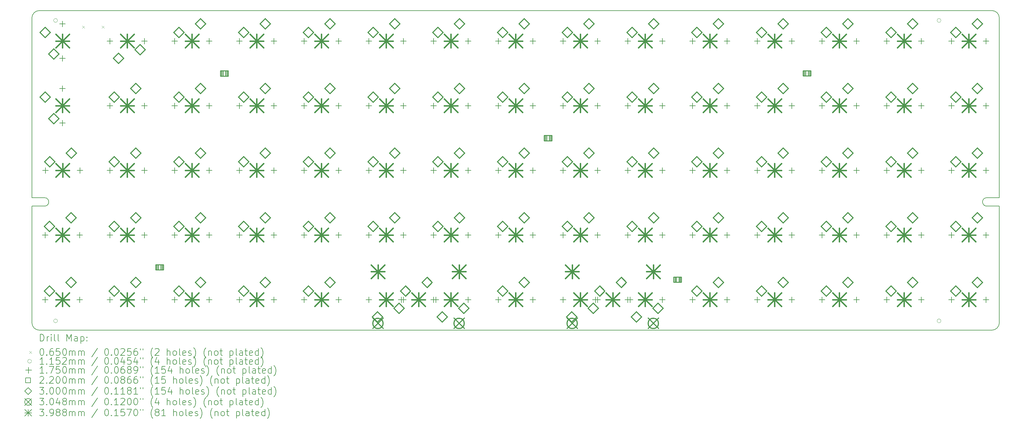
<source format=gbr>
%FSLAX45Y45*%
G04 Gerber Fmt 4.5, Leading zero omitted, Abs format (unit mm)*
G04 Created by KiCad (PCBNEW (6.0.4)) date 2022-09-08 11:43:34*
%MOMM*%
%LPD*%
G01*
G04 APERTURE LIST*
%TA.AperFunction,Profile*%
%ADD10C,0.200000*%
%TD*%
%ADD11C,0.200000*%
%ADD12C,0.065000*%
%ADD13C,0.115200*%
%ADD14C,0.175000*%
%ADD15C,0.220000*%
%ADD16C,0.300000*%
%ADD17C,0.304800*%
%ADD18C,0.398780*%
G04 APERTURE END LIST*
D10*
X30998471Y-10913906D02*
X31368822Y-10913906D01*
X2898822Y-10664268D02*
X2898822Y-5374263D01*
X27199012Y-5149263D02*
X21893823Y-5149888D01*
X18974883Y-5149263D02*
X15292762Y-5149263D01*
X30583477Y-14569263D02*
X26594883Y-14569263D01*
X8497383Y-14569263D02*
X4508789Y-14569263D01*
X30998471Y-10663906D02*
X31368822Y-10663906D01*
X3123822Y-5149263D02*
G75*
G03*
X2898822Y-5374263I1J-225001D01*
G01*
X15292762Y-5149263D02*
X12373822Y-5149888D01*
X18974883Y-5149263D02*
X21893823Y-5149888D01*
X30998471Y-10663914D02*
G75*
G03*
X30998471Y-10913906I-1J-124996D01*
G01*
X31368822Y-14344263D02*
X31368822Y-10913906D01*
X3269942Y-10664268D02*
X2898822Y-10664268D01*
X3269942Y-10914269D02*
G75*
G03*
X3269942Y-10664268I0J125001D01*
G01*
X2898822Y-14344263D02*
X2898822Y-10914268D01*
X30583477Y-5149263D02*
X27199012Y-5149263D01*
X31143822Y-14569262D02*
G75*
G03*
X31368822Y-14344263I8J224993D01*
G01*
X6244012Y-5149263D02*
X3123822Y-5149263D01*
X30583477Y-5149263D02*
X31143822Y-5149263D01*
X21873823Y-14569888D02*
X12393822Y-14569888D01*
X12393822Y-14569888D02*
X8497383Y-14569263D01*
X2898817Y-14344263D02*
G75*
G03*
X3123822Y-14569263I225003J3D01*
G01*
X21873823Y-14569888D02*
X26594883Y-14569263D01*
X12373822Y-5149888D02*
X6244012Y-5149263D01*
X30583477Y-14569263D02*
X31143822Y-14569263D01*
X31368822Y-10663906D02*
X31368822Y-5374263D01*
X4508789Y-14569263D02*
X3123822Y-14569263D01*
X31368827Y-5374263D02*
G75*
G03*
X31143822Y-5149263I-224997J3D01*
G01*
X3269942Y-10914268D02*
X2898822Y-10914268D01*
D11*
D12*
X4383418Y-5601333D02*
X4448418Y-5666333D01*
X4448418Y-5601333D02*
X4383418Y-5666333D01*
X4961418Y-5601333D02*
X5026418Y-5666333D01*
X5026418Y-5601333D02*
X4961418Y-5666333D01*
D13*
X3653570Y-5442533D02*
G75*
G03*
X3653570Y-5442533I-57600J0D01*
G01*
X3653570Y-14294433D02*
G75*
G03*
X3653570Y-14294433I-57600J0D01*
G01*
X29650470Y-5442533D02*
G75*
G03*
X29650470Y-5442533I-57600J0D01*
G01*
X29650470Y-14294433D02*
G75*
G03*
X29650470Y-14294433I-57600J0D01*
G01*
D14*
X3291170Y-11677133D02*
X3291170Y-11852133D01*
X3203670Y-11764633D02*
X3378670Y-11764633D01*
X3291170Y-13582133D02*
X3291170Y-13757133D01*
X3203670Y-13669633D02*
X3378670Y-13669633D01*
X3298443Y-9771769D02*
X3298443Y-9946769D01*
X3210943Y-9859269D02*
X3385943Y-9859269D01*
X3799170Y-5454133D02*
X3799170Y-5629133D01*
X3711670Y-5541633D02*
X3886670Y-5541633D01*
X3799170Y-6470133D02*
X3799170Y-6645133D01*
X3711670Y-6557633D02*
X3886670Y-6557633D01*
X3799170Y-7359133D02*
X3799170Y-7534133D01*
X3711670Y-7446633D02*
X3886670Y-7446633D01*
X3799170Y-8375133D02*
X3799170Y-8550133D01*
X3711670Y-8462633D02*
X3886670Y-8462633D01*
X4307170Y-11677133D02*
X4307170Y-11852133D01*
X4219670Y-11764633D02*
X4394670Y-11764633D01*
X4307170Y-13582133D02*
X4307170Y-13757133D01*
X4219670Y-13669633D02*
X4394670Y-13669633D01*
X4314443Y-9771769D02*
X4314443Y-9946769D01*
X4226943Y-9859269D02*
X4401943Y-9859269D01*
X5196170Y-5962133D02*
X5196170Y-6137133D01*
X5108670Y-6049633D02*
X5283670Y-6049633D01*
X5196170Y-7867133D02*
X5196170Y-8042133D01*
X5108670Y-7954633D02*
X5283670Y-7954633D01*
X5196170Y-9772133D02*
X5196170Y-9947133D01*
X5108670Y-9859633D02*
X5283670Y-9859633D01*
X5196170Y-11677133D02*
X5196170Y-11852133D01*
X5108670Y-11764633D02*
X5283670Y-11764633D01*
X5196170Y-13582133D02*
X5196170Y-13757133D01*
X5108670Y-13669633D02*
X5283670Y-13669633D01*
X6212170Y-5962133D02*
X6212170Y-6137133D01*
X6124670Y-6049633D02*
X6299670Y-6049633D01*
X6212170Y-7867133D02*
X6212170Y-8042133D01*
X6124670Y-7954633D02*
X6299670Y-7954633D01*
X6212170Y-9772133D02*
X6212170Y-9947133D01*
X6124670Y-9859633D02*
X6299670Y-9859633D01*
X6212170Y-11677133D02*
X6212170Y-11852133D01*
X6124670Y-11764633D02*
X6299670Y-11764633D01*
X6212170Y-13582133D02*
X6212170Y-13757133D01*
X6124670Y-13669633D02*
X6299670Y-13669633D01*
X7101170Y-5962133D02*
X7101170Y-6137133D01*
X7013670Y-6049633D02*
X7188670Y-6049633D01*
X7101170Y-7867133D02*
X7101170Y-8042133D01*
X7013670Y-7954633D02*
X7188670Y-7954633D01*
X7101170Y-9772133D02*
X7101170Y-9947133D01*
X7013670Y-9859633D02*
X7188670Y-9859633D01*
X7101170Y-11677133D02*
X7101170Y-11852133D01*
X7013670Y-11764633D02*
X7188670Y-11764633D01*
X7101170Y-13582133D02*
X7101170Y-13757133D01*
X7013670Y-13669633D02*
X7188670Y-13669633D01*
X8117170Y-5962133D02*
X8117170Y-6137133D01*
X8029670Y-6049633D02*
X8204670Y-6049633D01*
X8117170Y-7867133D02*
X8117170Y-8042133D01*
X8029670Y-7954633D02*
X8204670Y-7954633D01*
X8117170Y-9772133D02*
X8117170Y-9947133D01*
X8029670Y-9859633D02*
X8204670Y-9859633D01*
X8117170Y-11677133D02*
X8117170Y-11852133D01*
X8029670Y-11764633D02*
X8204670Y-11764633D01*
X8117170Y-13582133D02*
X8117170Y-13757133D01*
X8029670Y-13669633D02*
X8204670Y-13669633D01*
X9006170Y-5962133D02*
X9006170Y-6137133D01*
X8918670Y-6049633D02*
X9093670Y-6049633D01*
X9006170Y-7867133D02*
X9006170Y-8042133D01*
X8918670Y-7954633D02*
X9093670Y-7954633D01*
X9006170Y-9772133D02*
X9006170Y-9947133D01*
X8918670Y-9859633D02*
X9093670Y-9859633D01*
X9006170Y-11677133D02*
X9006170Y-11852133D01*
X8918670Y-11764633D02*
X9093670Y-11764633D01*
X9006170Y-13582133D02*
X9006170Y-13757133D01*
X8918670Y-13669633D02*
X9093670Y-13669633D01*
X10022170Y-5962133D02*
X10022170Y-6137133D01*
X9934670Y-6049633D02*
X10109670Y-6049633D01*
X10022170Y-7867133D02*
X10022170Y-8042133D01*
X9934670Y-7954633D02*
X10109670Y-7954633D01*
X10022170Y-9772133D02*
X10022170Y-9947133D01*
X9934670Y-9859633D02*
X10109670Y-9859633D01*
X10022170Y-11677133D02*
X10022170Y-11852133D01*
X9934670Y-11764633D02*
X10109670Y-11764633D01*
X10022170Y-13582133D02*
X10022170Y-13757133D01*
X9934670Y-13669633D02*
X10109670Y-13669633D01*
X10911170Y-5962133D02*
X10911170Y-6137133D01*
X10823670Y-6049633D02*
X10998670Y-6049633D01*
X10911170Y-7867133D02*
X10911170Y-8042133D01*
X10823670Y-7954633D02*
X10998670Y-7954633D01*
X10911170Y-9772133D02*
X10911170Y-9947133D01*
X10823670Y-9859633D02*
X10998670Y-9859633D01*
X10911170Y-11677133D02*
X10911170Y-11852133D01*
X10823670Y-11764633D02*
X10998670Y-11764633D01*
X10911170Y-13582133D02*
X10911170Y-13757133D01*
X10823670Y-13669633D02*
X10998670Y-13669633D01*
X11927170Y-5962133D02*
X11927170Y-6137133D01*
X11839670Y-6049633D02*
X12014670Y-6049633D01*
X11927170Y-7867133D02*
X11927170Y-8042133D01*
X11839670Y-7954633D02*
X12014670Y-7954633D01*
X11927170Y-9772133D02*
X11927170Y-9947133D01*
X11839670Y-9859633D02*
X12014670Y-9859633D01*
X11927170Y-11677133D02*
X11927170Y-11852133D01*
X11839670Y-11764633D02*
X12014670Y-11764633D01*
X11927170Y-13582133D02*
X11927170Y-13757133D01*
X11839670Y-13669633D02*
X12014670Y-13669633D01*
X12816170Y-5962133D02*
X12816170Y-6137133D01*
X12728670Y-6049633D02*
X12903670Y-6049633D01*
X12816170Y-7867133D02*
X12816170Y-8042133D01*
X12728670Y-7954633D02*
X12903670Y-7954633D01*
X12816170Y-9772133D02*
X12816170Y-9947133D01*
X12728670Y-9859633D02*
X12903670Y-9859633D01*
X12816170Y-11677133D02*
X12816170Y-11852133D01*
X12728670Y-11764633D02*
X12903670Y-11764633D01*
X12816170Y-13582133D02*
X12816170Y-13757133D01*
X12728670Y-13669633D02*
X12903670Y-13669633D01*
X13768670Y-13582133D02*
X13768670Y-13757133D01*
X13681170Y-13669633D02*
X13856170Y-13669633D01*
X13832170Y-5962133D02*
X13832170Y-6137133D01*
X13744670Y-6049633D02*
X13919670Y-6049633D01*
X13832170Y-7867133D02*
X13832170Y-8042133D01*
X13744670Y-7954633D02*
X13919670Y-7954633D01*
X13832170Y-9772133D02*
X13832170Y-9947133D01*
X13744670Y-9859633D02*
X13919670Y-9859633D01*
X13832170Y-11677133D02*
X13832170Y-11852133D01*
X13744670Y-11764633D02*
X13919670Y-11764633D01*
X13832170Y-13582133D02*
X13832170Y-13757133D01*
X13744670Y-13669633D02*
X13919670Y-13669633D01*
X14721170Y-5962133D02*
X14721170Y-6137133D01*
X14633670Y-6049633D02*
X14808670Y-6049633D01*
X14721170Y-7867133D02*
X14721170Y-8042133D01*
X14633670Y-7954633D02*
X14808670Y-7954633D01*
X14721170Y-9772133D02*
X14721170Y-9947133D01*
X14633670Y-9859633D02*
X14808670Y-9859633D01*
X14721170Y-11677133D02*
X14721170Y-11852133D01*
X14633670Y-11764633D02*
X14808670Y-11764633D01*
X14721170Y-13582133D02*
X14721170Y-13757133D01*
X14633670Y-13669633D02*
X14808670Y-13669633D01*
X14784670Y-13582133D02*
X14784670Y-13757133D01*
X14697170Y-13669633D02*
X14872170Y-13669633D01*
X15737170Y-5962133D02*
X15737170Y-6137133D01*
X15649670Y-6049633D02*
X15824670Y-6049633D01*
X15737170Y-7867133D02*
X15737170Y-8042133D01*
X15649670Y-7954633D02*
X15824670Y-7954633D01*
X15737170Y-9772133D02*
X15737170Y-9947133D01*
X15649670Y-9859633D02*
X15824670Y-9859633D01*
X15737170Y-11677133D02*
X15737170Y-11852133D01*
X15649670Y-11764633D02*
X15824670Y-11764633D01*
X15737170Y-13582133D02*
X15737170Y-13757133D01*
X15649670Y-13669633D02*
X15824670Y-13669633D01*
X16626170Y-5962133D02*
X16626170Y-6137133D01*
X16538670Y-6049633D02*
X16713670Y-6049633D01*
X16626170Y-7867133D02*
X16626170Y-8042133D01*
X16538670Y-7954633D02*
X16713670Y-7954633D01*
X16626170Y-9772133D02*
X16626170Y-9947133D01*
X16538670Y-9859633D02*
X16713670Y-9859633D01*
X16626170Y-11677133D02*
X16626170Y-11852133D01*
X16538670Y-11764633D02*
X16713670Y-11764633D01*
X16626170Y-13582133D02*
X16626170Y-13757133D01*
X16538670Y-13669633D02*
X16713670Y-13669633D01*
X17642170Y-5962133D02*
X17642170Y-6137133D01*
X17554670Y-6049633D02*
X17729670Y-6049633D01*
X17642170Y-7867133D02*
X17642170Y-8042133D01*
X17554670Y-7954633D02*
X17729670Y-7954633D01*
X17642170Y-9772133D02*
X17642170Y-9947133D01*
X17554670Y-9859633D02*
X17729670Y-9859633D01*
X17642170Y-11677133D02*
X17642170Y-11852133D01*
X17554670Y-11764633D02*
X17729670Y-11764633D01*
X17642170Y-13582133D02*
X17642170Y-13757133D01*
X17554670Y-13669633D02*
X17729670Y-13669633D01*
X18531170Y-5962133D02*
X18531170Y-6137133D01*
X18443670Y-6049633D02*
X18618670Y-6049633D01*
X18531170Y-7867133D02*
X18531170Y-8042133D01*
X18443670Y-7954633D02*
X18618670Y-7954633D01*
X18531170Y-9772133D02*
X18531170Y-9947133D01*
X18443670Y-9859633D02*
X18618670Y-9859633D01*
X18531170Y-11677133D02*
X18531170Y-11852133D01*
X18443670Y-11764633D02*
X18618670Y-11764633D01*
X18531170Y-13582133D02*
X18531170Y-13757133D01*
X18443670Y-13669633D02*
X18618670Y-13669633D01*
X19483670Y-13582133D02*
X19483670Y-13757133D01*
X19396170Y-13669633D02*
X19571170Y-13669633D01*
X19547170Y-5962133D02*
X19547170Y-6137133D01*
X19459670Y-6049633D02*
X19634670Y-6049633D01*
X19547170Y-7867133D02*
X19547170Y-8042133D01*
X19459670Y-7954633D02*
X19634670Y-7954633D01*
X19547170Y-9772133D02*
X19547170Y-9947133D01*
X19459670Y-9859633D02*
X19634670Y-9859633D01*
X19547170Y-11677133D02*
X19547170Y-11852133D01*
X19459670Y-11764633D02*
X19634670Y-11764633D01*
X19547170Y-13582133D02*
X19547170Y-13757133D01*
X19459670Y-13669633D02*
X19634670Y-13669633D01*
X20436170Y-5962133D02*
X20436170Y-6137133D01*
X20348670Y-6049633D02*
X20523670Y-6049633D01*
X20436170Y-7867133D02*
X20436170Y-8042133D01*
X20348670Y-7954633D02*
X20523670Y-7954633D01*
X20436170Y-9772133D02*
X20436170Y-9947133D01*
X20348670Y-9859633D02*
X20523670Y-9859633D01*
X20436170Y-11677133D02*
X20436170Y-11852133D01*
X20348670Y-11764633D02*
X20523670Y-11764633D01*
X20436170Y-13582133D02*
X20436170Y-13757133D01*
X20348670Y-13669633D02*
X20523670Y-13669633D01*
X20499670Y-13582133D02*
X20499670Y-13757133D01*
X20412170Y-13669633D02*
X20587170Y-13669633D01*
X21452170Y-5962133D02*
X21452170Y-6137133D01*
X21364670Y-6049633D02*
X21539670Y-6049633D01*
X21452170Y-7867133D02*
X21452170Y-8042133D01*
X21364670Y-7954633D02*
X21539670Y-7954633D01*
X21452170Y-9772133D02*
X21452170Y-9947133D01*
X21364670Y-9859633D02*
X21539670Y-9859633D01*
X21452170Y-11677133D02*
X21452170Y-11852133D01*
X21364670Y-11764633D02*
X21539670Y-11764633D01*
X21452170Y-13582133D02*
X21452170Y-13757133D01*
X21364670Y-13669633D02*
X21539670Y-13669633D01*
X22341170Y-5962133D02*
X22341170Y-6137133D01*
X22253670Y-6049633D02*
X22428670Y-6049633D01*
X22341170Y-7867133D02*
X22341170Y-8042133D01*
X22253670Y-7954633D02*
X22428670Y-7954633D01*
X22341170Y-9772133D02*
X22341170Y-9947133D01*
X22253670Y-9859633D02*
X22428670Y-9859633D01*
X22341170Y-11677133D02*
X22341170Y-11852133D01*
X22253670Y-11764633D02*
X22428670Y-11764633D01*
X22341170Y-13582133D02*
X22341170Y-13757133D01*
X22253670Y-13669633D02*
X22428670Y-13669633D01*
X23357170Y-5962133D02*
X23357170Y-6137133D01*
X23269670Y-6049633D02*
X23444670Y-6049633D01*
X23357170Y-7867133D02*
X23357170Y-8042133D01*
X23269670Y-7954633D02*
X23444670Y-7954633D01*
X23357170Y-9772133D02*
X23357170Y-9947133D01*
X23269670Y-9859633D02*
X23444670Y-9859633D01*
X23357170Y-11677133D02*
X23357170Y-11852133D01*
X23269670Y-11764633D02*
X23444670Y-11764633D01*
X23357170Y-13582133D02*
X23357170Y-13757133D01*
X23269670Y-13669633D02*
X23444670Y-13669633D01*
X24246170Y-5962133D02*
X24246170Y-6137133D01*
X24158670Y-6049633D02*
X24333670Y-6049633D01*
X24246170Y-7867133D02*
X24246170Y-8042133D01*
X24158670Y-7954633D02*
X24333670Y-7954633D01*
X24246170Y-9772133D02*
X24246170Y-9947133D01*
X24158670Y-9859633D02*
X24333670Y-9859633D01*
X24246170Y-11677133D02*
X24246170Y-11852133D01*
X24158670Y-11764633D02*
X24333670Y-11764633D01*
X24246170Y-13582133D02*
X24246170Y-13757133D01*
X24158670Y-13669633D02*
X24333670Y-13669633D01*
X25262170Y-5962133D02*
X25262170Y-6137133D01*
X25174670Y-6049633D02*
X25349670Y-6049633D01*
X25262170Y-7867133D02*
X25262170Y-8042133D01*
X25174670Y-7954633D02*
X25349670Y-7954633D01*
X25262170Y-9772133D02*
X25262170Y-9947133D01*
X25174670Y-9859633D02*
X25349670Y-9859633D01*
X25262170Y-11677133D02*
X25262170Y-11852133D01*
X25174670Y-11764633D02*
X25349670Y-11764633D01*
X25262170Y-13582133D02*
X25262170Y-13757133D01*
X25174670Y-13669633D02*
X25349670Y-13669633D01*
X26151170Y-5962133D02*
X26151170Y-6137133D01*
X26063670Y-6049633D02*
X26238670Y-6049633D01*
X26151170Y-7867133D02*
X26151170Y-8042133D01*
X26063670Y-7954633D02*
X26238670Y-7954633D01*
X26151170Y-9772133D02*
X26151170Y-9947133D01*
X26063670Y-9859633D02*
X26238670Y-9859633D01*
X26151170Y-11677133D02*
X26151170Y-11852133D01*
X26063670Y-11764633D02*
X26238670Y-11764633D01*
X26151170Y-13582133D02*
X26151170Y-13757133D01*
X26063670Y-13669633D02*
X26238670Y-13669633D01*
X27167170Y-5962133D02*
X27167170Y-6137133D01*
X27079670Y-6049633D02*
X27254670Y-6049633D01*
X27167170Y-7867133D02*
X27167170Y-8042133D01*
X27079670Y-7954633D02*
X27254670Y-7954633D01*
X27167170Y-9772133D02*
X27167170Y-9947133D01*
X27079670Y-9859633D02*
X27254670Y-9859633D01*
X27167170Y-11677133D02*
X27167170Y-11852133D01*
X27079670Y-11764633D02*
X27254670Y-11764633D01*
X27167170Y-13582133D02*
X27167170Y-13757133D01*
X27079670Y-13669633D02*
X27254670Y-13669633D01*
X28056170Y-5962133D02*
X28056170Y-6137133D01*
X27968670Y-6049633D02*
X28143670Y-6049633D01*
X28056170Y-7867133D02*
X28056170Y-8042133D01*
X27968670Y-7954633D02*
X28143670Y-7954633D01*
X28056170Y-9772133D02*
X28056170Y-9947133D01*
X27968670Y-9859633D02*
X28143670Y-9859633D01*
X28056170Y-11677133D02*
X28056170Y-11852133D01*
X27968670Y-11764633D02*
X28143670Y-11764633D01*
X28056170Y-13582133D02*
X28056170Y-13757133D01*
X27968670Y-13669633D02*
X28143670Y-13669633D01*
X29072170Y-5962133D02*
X29072170Y-6137133D01*
X28984670Y-6049633D02*
X29159670Y-6049633D01*
X29072170Y-7867133D02*
X29072170Y-8042133D01*
X28984670Y-7954633D02*
X29159670Y-7954633D01*
X29072170Y-9772133D02*
X29072170Y-9947133D01*
X28984670Y-9859633D02*
X29159670Y-9859633D01*
X29072170Y-11677133D02*
X29072170Y-11852133D01*
X28984670Y-11764633D02*
X29159670Y-11764633D01*
X29072170Y-13582133D02*
X29072170Y-13757133D01*
X28984670Y-13669633D02*
X29159670Y-13669633D01*
X29961170Y-5962133D02*
X29961170Y-6137133D01*
X29873670Y-6049633D02*
X30048670Y-6049633D01*
X29961170Y-7867133D02*
X29961170Y-8042133D01*
X29873670Y-7954633D02*
X30048670Y-7954633D01*
X29961170Y-9772133D02*
X29961170Y-9947133D01*
X29873670Y-9859633D02*
X30048670Y-9859633D01*
X29961170Y-11677133D02*
X29961170Y-11852133D01*
X29873670Y-11764633D02*
X30048670Y-11764633D01*
X29961170Y-13582133D02*
X29961170Y-13757133D01*
X29873670Y-13669633D02*
X30048670Y-13669633D01*
X30977170Y-5962133D02*
X30977170Y-6137133D01*
X30889670Y-6049633D02*
X31064670Y-6049633D01*
X30977170Y-7867133D02*
X30977170Y-8042133D01*
X30889670Y-7954633D02*
X31064670Y-7954633D01*
X30977170Y-9772133D02*
X30977170Y-9947133D01*
X30889670Y-9859633D02*
X31064670Y-9859633D01*
X30977170Y-11677133D02*
X30977170Y-11852133D01*
X30889670Y-11764633D02*
X31064670Y-11764633D01*
X30977170Y-13582133D02*
X30977170Y-13757133D01*
X30889670Y-13669633D02*
X31064670Y-13669633D01*
D15*
X6696251Y-12794129D02*
X6696251Y-12638564D01*
X6540686Y-12638564D01*
X6540686Y-12794129D01*
X6696251Y-12794129D01*
X6734485Y-12794129D02*
X6734485Y-12638564D01*
X6578920Y-12638564D01*
X6578920Y-12794129D01*
X6734485Y-12794129D01*
X6772061Y-12794129D02*
X6772061Y-12638564D01*
X6616496Y-12638564D01*
X6616496Y-12794129D01*
X6772061Y-12794129D01*
X8601045Y-7079512D02*
X8601045Y-6923947D01*
X8445480Y-6923947D01*
X8445480Y-7079512D01*
X8601045Y-7079512D01*
X8639279Y-7079512D02*
X8639279Y-6923947D01*
X8483714Y-6923947D01*
X8483714Y-7079512D01*
X8639279Y-7079512D01*
X8676855Y-7079512D02*
X8676855Y-6923947D01*
X8521290Y-6923947D01*
X8521290Y-7079512D01*
X8676855Y-7079512D01*
X18126625Y-8985154D02*
X18126625Y-8829589D01*
X17971060Y-8829589D01*
X17971060Y-8985154D01*
X18126625Y-8985154D01*
X18164858Y-8985154D02*
X18164858Y-8829589D01*
X18009293Y-8829589D01*
X18009293Y-8985154D01*
X18164858Y-8985154D01*
X18202434Y-8985154D02*
X18202434Y-8829589D01*
X18046869Y-8829589D01*
X18046869Y-8985154D01*
X18202434Y-8985154D01*
X21938611Y-13157450D02*
X21938611Y-13001885D01*
X21783046Y-13001885D01*
X21783046Y-13157450D01*
X21938611Y-13157450D01*
X21976844Y-13157450D02*
X21976844Y-13001885D01*
X21821279Y-13001885D01*
X21821279Y-13157450D01*
X21976844Y-13157450D01*
X22014420Y-13157450D02*
X22014420Y-13001885D01*
X21858855Y-13001885D01*
X21858855Y-13157450D01*
X22014420Y-13157450D01*
X25746187Y-7076243D02*
X25746187Y-6920678D01*
X25590622Y-6920678D01*
X25590622Y-7076243D01*
X25746187Y-7076243D01*
X25784420Y-7076243D02*
X25784420Y-6920678D01*
X25628855Y-6920678D01*
X25628855Y-7076243D01*
X25784420Y-7076243D01*
X25821996Y-7076243D02*
X25821996Y-6920678D01*
X25666431Y-6920678D01*
X25666431Y-7076243D01*
X25821996Y-7076243D01*
D16*
X3291170Y-5945633D02*
X3441170Y-5795633D01*
X3291170Y-5645633D01*
X3141170Y-5795633D01*
X3291170Y-5945633D01*
X3291170Y-7850633D02*
X3441170Y-7700633D01*
X3291170Y-7550633D01*
X3141170Y-7700633D01*
X3291170Y-7850633D01*
X3418170Y-11660633D02*
X3568170Y-11510633D01*
X3418170Y-11360633D01*
X3268170Y-11510633D01*
X3418170Y-11660633D01*
X3418170Y-13565633D02*
X3568170Y-13415633D01*
X3418170Y-13265633D01*
X3268170Y-13415633D01*
X3418170Y-13565633D01*
X3425443Y-9755269D02*
X3575443Y-9605269D01*
X3425443Y-9455269D01*
X3275443Y-9605269D01*
X3425443Y-9755269D01*
X3545170Y-6580633D02*
X3695170Y-6430633D01*
X3545170Y-6280633D01*
X3395170Y-6430633D01*
X3545170Y-6580633D01*
X3545170Y-8485633D02*
X3695170Y-8335633D01*
X3545170Y-8185633D01*
X3395170Y-8335633D01*
X3545170Y-8485633D01*
X4053170Y-11406633D02*
X4203170Y-11256633D01*
X4053170Y-11106633D01*
X3903170Y-11256633D01*
X4053170Y-11406633D01*
X4053170Y-13311633D02*
X4203170Y-13161633D01*
X4053170Y-13011633D01*
X3903170Y-13161633D01*
X4053170Y-13311633D01*
X4060443Y-9501269D02*
X4210443Y-9351269D01*
X4060443Y-9201269D01*
X3910443Y-9351269D01*
X4060443Y-9501269D01*
X5323170Y-7850633D02*
X5473170Y-7700633D01*
X5323170Y-7550633D01*
X5173170Y-7700633D01*
X5323170Y-7850633D01*
X5323170Y-9755633D02*
X5473170Y-9605633D01*
X5323170Y-9455633D01*
X5173170Y-9605633D01*
X5323170Y-9755633D01*
X5323170Y-11660633D02*
X5473170Y-11510633D01*
X5323170Y-11360633D01*
X5173170Y-11510633D01*
X5323170Y-11660633D01*
X5323170Y-13565633D02*
X5473170Y-13415633D01*
X5323170Y-13265633D01*
X5173170Y-13415633D01*
X5323170Y-13565633D01*
X5450170Y-6707633D02*
X5600170Y-6557633D01*
X5450170Y-6407633D01*
X5300170Y-6557633D01*
X5450170Y-6707633D01*
X5958170Y-7596633D02*
X6108170Y-7446633D01*
X5958170Y-7296633D01*
X5808170Y-7446633D01*
X5958170Y-7596633D01*
X5958170Y-9501633D02*
X6108170Y-9351633D01*
X5958170Y-9201633D01*
X5808170Y-9351633D01*
X5958170Y-9501633D01*
X5958170Y-11406633D02*
X6108170Y-11256633D01*
X5958170Y-11106633D01*
X5808170Y-11256633D01*
X5958170Y-11406633D01*
X5958170Y-13311633D02*
X6108170Y-13161633D01*
X5958170Y-13011633D01*
X5808170Y-13161633D01*
X5958170Y-13311633D01*
X6085170Y-6453633D02*
X6235170Y-6303633D01*
X6085170Y-6153633D01*
X5935170Y-6303633D01*
X6085170Y-6453633D01*
X7228170Y-5945633D02*
X7378170Y-5795633D01*
X7228170Y-5645633D01*
X7078170Y-5795633D01*
X7228170Y-5945633D01*
X7228170Y-7850633D02*
X7378170Y-7700633D01*
X7228170Y-7550633D01*
X7078170Y-7700633D01*
X7228170Y-7850633D01*
X7228170Y-9755633D02*
X7378170Y-9605633D01*
X7228170Y-9455633D01*
X7078170Y-9605633D01*
X7228170Y-9755633D01*
X7228170Y-11660633D02*
X7378170Y-11510633D01*
X7228170Y-11360633D01*
X7078170Y-11510633D01*
X7228170Y-11660633D01*
X7228170Y-13565633D02*
X7378170Y-13415633D01*
X7228170Y-13265633D01*
X7078170Y-13415633D01*
X7228170Y-13565633D01*
X7863170Y-5691633D02*
X8013170Y-5541633D01*
X7863170Y-5391633D01*
X7713170Y-5541633D01*
X7863170Y-5691633D01*
X7863170Y-7596633D02*
X8013170Y-7446633D01*
X7863170Y-7296633D01*
X7713170Y-7446633D01*
X7863170Y-7596633D01*
X7863170Y-9501633D02*
X8013170Y-9351633D01*
X7863170Y-9201633D01*
X7713170Y-9351633D01*
X7863170Y-9501633D01*
X7863170Y-11406633D02*
X8013170Y-11256633D01*
X7863170Y-11106633D01*
X7713170Y-11256633D01*
X7863170Y-11406633D01*
X7863170Y-13311633D02*
X8013170Y-13161633D01*
X7863170Y-13011633D01*
X7713170Y-13161633D01*
X7863170Y-13311633D01*
X9133170Y-5945633D02*
X9283170Y-5795633D01*
X9133170Y-5645633D01*
X8983170Y-5795633D01*
X9133170Y-5945633D01*
X9133170Y-7850633D02*
X9283170Y-7700633D01*
X9133170Y-7550633D01*
X8983170Y-7700633D01*
X9133170Y-7850633D01*
X9133170Y-9755633D02*
X9283170Y-9605633D01*
X9133170Y-9455633D01*
X8983170Y-9605633D01*
X9133170Y-9755633D01*
X9133170Y-11660633D02*
X9283170Y-11510633D01*
X9133170Y-11360633D01*
X8983170Y-11510633D01*
X9133170Y-11660633D01*
X9133170Y-13565633D02*
X9283170Y-13415633D01*
X9133170Y-13265633D01*
X8983170Y-13415633D01*
X9133170Y-13565633D01*
X9768170Y-5691633D02*
X9918170Y-5541633D01*
X9768170Y-5391633D01*
X9618170Y-5541633D01*
X9768170Y-5691633D01*
X9768170Y-7596633D02*
X9918170Y-7446633D01*
X9768170Y-7296633D01*
X9618170Y-7446633D01*
X9768170Y-7596633D01*
X9768170Y-9501633D02*
X9918170Y-9351633D01*
X9768170Y-9201633D01*
X9618170Y-9351633D01*
X9768170Y-9501633D01*
X9768170Y-11406633D02*
X9918170Y-11256633D01*
X9768170Y-11106633D01*
X9618170Y-11256633D01*
X9768170Y-11406633D01*
X9768170Y-13311633D02*
X9918170Y-13161633D01*
X9768170Y-13011633D01*
X9618170Y-13161633D01*
X9768170Y-13311633D01*
X11038170Y-5945633D02*
X11188170Y-5795633D01*
X11038170Y-5645633D01*
X10888170Y-5795633D01*
X11038170Y-5945633D01*
X11038170Y-7850633D02*
X11188170Y-7700633D01*
X11038170Y-7550633D01*
X10888170Y-7700633D01*
X11038170Y-7850633D01*
X11038170Y-9755633D02*
X11188170Y-9605633D01*
X11038170Y-9455633D01*
X10888170Y-9605633D01*
X11038170Y-9755633D01*
X11038170Y-11660633D02*
X11188170Y-11510633D01*
X11038170Y-11360633D01*
X10888170Y-11510633D01*
X11038170Y-11660633D01*
X11038170Y-13565633D02*
X11188170Y-13415633D01*
X11038170Y-13265633D01*
X10888170Y-13415633D01*
X11038170Y-13565633D01*
X11673170Y-5691633D02*
X11823170Y-5541633D01*
X11673170Y-5391633D01*
X11523170Y-5541633D01*
X11673170Y-5691633D01*
X11673170Y-7596633D02*
X11823170Y-7446633D01*
X11673170Y-7296633D01*
X11523170Y-7446633D01*
X11673170Y-7596633D01*
X11673170Y-9501633D02*
X11823170Y-9351633D01*
X11673170Y-9201633D01*
X11523170Y-9351633D01*
X11673170Y-9501633D01*
X11673170Y-11406633D02*
X11823170Y-11256633D01*
X11673170Y-11106633D01*
X11523170Y-11256633D01*
X11673170Y-11406633D01*
X11673170Y-13311633D02*
X11823170Y-13161633D01*
X11673170Y-13011633D01*
X11523170Y-13161633D01*
X11673170Y-13311633D01*
X12943170Y-5945633D02*
X13093170Y-5795633D01*
X12943170Y-5645633D01*
X12793170Y-5795633D01*
X12943170Y-5945633D01*
X12943170Y-7850633D02*
X13093170Y-7700633D01*
X12943170Y-7550633D01*
X12793170Y-7700633D01*
X12943170Y-7850633D01*
X12943170Y-9755633D02*
X13093170Y-9605633D01*
X12943170Y-9455633D01*
X12793170Y-9605633D01*
X12943170Y-9755633D01*
X12943170Y-11660633D02*
X13093170Y-11510633D01*
X12943170Y-11360633D01*
X12793170Y-11510633D01*
X12943170Y-11660633D01*
X13070170Y-14327633D02*
X13220170Y-14177633D01*
X13070170Y-14027633D01*
X12920170Y-14177633D01*
X13070170Y-14327633D01*
X13578170Y-5691633D02*
X13728170Y-5541633D01*
X13578170Y-5391633D01*
X13428170Y-5541633D01*
X13578170Y-5691633D01*
X13578170Y-7596633D02*
X13728170Y-7446633D01*
X13578170Y-7296633D01*
X13428170Y-7446633D01*
X13578170Y-7596633D01*
X13578170Y-9501633D02*
X13728170Y-9351633D01*
X13578170Y-9201633D01*
X13428170Y-9351633D01*
X13578170Y-9501633D01*
X13578170Y-11406633D02*
X13728170Y-11256633D01*
X13578170Y-11106633D01*
X13428170Y-11256633D01*
X13578170Y-11406633D01*
X13705170Y-14073633D02*
X13855170Y-13923633D01*
X13705170Y-13773633D01*
X13555170Y-13923633D01*
X13705170Y-14073633D01*
X13895670Y-13565633D02*
X14045670Y-13415633D01*
X13895670Y-13265633D01*
X13745670Y-13415633D01*
X13895670Y-13565633D01*
X14530670Y-13311633D02*
X14680670Y-13161633D01*
X14530670Y-13011633D01*
X14380670Y-13161633D01*
X14530670Y-13311633D01*
X14848170Y-5945633D02*
X14998170Y-5795633D01*
X14848170Y-5645633D01*
X14698170Y-5795633D01*
X14848170Y-5945633D01*
X14848170Y-7850633D02*
X14998170Y-7700633D01*
X14848170Y-7550633D01*
X14698170Y-7700633D01*
X14848170Y-7850633D01*
X14848170Y-9755633D02*
X14998170Y-9605633D01*
X14848170Y-9455633D01*
X14698170Y-9605633D01*
X14848170Y-9755633D01*
X14848170Y-11660633D02*
X14998170Y-11510633D01*
X14848170Y-11360633D01*
X14698170Y-11510633D01*
X14848170Y-11660633D01*
X14975170Y-14327633D02*
X15125170Y-14177633D01*
X14975170Y-14027633D01*
X14825170Y-14177633D01*
X14975170Y-14327633D01*
X15483170Y-5691633D02*
X15633170Y-5541633D01*
X15483170Y-5391633D01*
X15333170Y-5541633D01*
X15483170Y-5691633D01*
X15483170Y-7596633D02*
X15633170Y-7446633D01*
X15483170Y-7296633D01*
X15333170Y-7446633D01*
X15483170Y-7596633D01*
X15483170Y-9501633D02*
X15633170Y-9351633D01*
X15483170Y-9201633D01*
X15333170Y-9351633D01*
X15483170Y-9501633D01*
X15483170Y-11406633D02*
X15633170Y-11256633D01*
X15483170Y-11106633D01*
X15333170Y-11256633D01*
X15483170Y-11406633D01*
X15610170Y-14073633D02*
X15760170Y-13923633D01*
X15610170Y-13773633D01*
X15460170Y-13923633D01*
X15610170Y-14073633D01*
X16753170Y-5945633D02*
X16903170Y-5795633D01*
X16753170Y-5645633D01*
X16603170Y-5795633D01*
X16753170Y-5945633D01*
X16753170Y-7850633D02*
X16903170Y-7700633D01*
X16753170Y-7550633D01*
X16603170Y-7700633D01*
X16753170Y-7850633D01*
X16753170Y-9755633D02*
X16903170Y-9605633D01*
X16753170Y-9455633D01*
X16603170Y-9605633D01*
X16753170Y-9755633D01*
X16753170Y-11660633D02*
X16903170Y-11510633D01*
X16753170Y-11360633D01*
X16603170Y-11510633D01*
X16753170Y-11660633D01*
X16753170Y-13565633D02*
X16903170Y-13415633D01*
X16753170Y-13265633D01*
X16603170Y-13415633D01*
X16753170Y-13565633D01*
X17388170Y-5691633D02*
X17538170Y-5541633D01*
X17388170Y-5391633D01*
X17238170Y-5541633D01*
X17388170Y-5691633D01*
X17388170Y-7596633D02*
X17538170Y-7446633D01*
X17388170Y-7296633D01*
X17238170Y-7446633D01*
X17388170Y-7596633D01*
X17388170Y-9501633D02*
X17538170Y-9351633D01*
X17388170Y-9201633D01*
X17238170Y-9351633D01*
X17388170Y-9501633D01*
X17388170Y-11406633D02*
X17538170Y-11256633D01*
X17388170Y-11106633D01*
X17238170Y-11256633D01*
X17388170Y-11406633D01*
X17388170Y-13311633D02*
X17538170Y-13161633D01*
X17388170Y-13011633D01*
X17238170Y-13161633D01*
X17388170Y-13311633D01*
X18658170Y-5945633D02*
X18808170Y-5795633D01*
X18658170Y-5645633D01*
X18508170Y-5795633D01*
X18658170Y-5945633D01*
X18658170Y-7850633D02*
X18808170Y-7700633D01*
X18658170Y-7550633D01*
X18508170Y-7700633D01*
X18658170Y-7850633D01*
X18658170Y-9755633D02*
X18808170Y-9605633D01*
X18658170Y-9455633D01*
X18508170Y-9605633D01*
X18658170Y-9755633D01*
X18658170Y-11660633D02*
X18808170Y-11510633D01*
X18658170Y-11360633D01*
X18508170Y-11510633D01*
X18658170Y-11660633D01*
X18785170Y-14327633D02*
X18935170Y-14177633D01*
X18785170Y-14027633D01*
X18635170Y-14177633D01*
X18785170Y-14327633D01*
X19293170Y-5691633D02*
X19443170Y-5541633D01*
X19293170Y-5391633D01*
X19143170Y-5541633D01*
X19293170Y-5691633D01*
X19293170Y-7596633D02*
X19443170Y-7446633D01*
X19293170Y-7296633D01*
X19143170Y-7446633D01*
X19293170Y-7596633D01*
X19293170Y-9501633D02*
X19443170Y-9351633D01*
X19293170Y-9201633D01*
X19143170Y-9351633D01*
X19293170Y-9501633D01*
X19293170Y-11406633D02*
X19443170Y-11256633D01*
X19293170Y-11106633D01*
X19143170Y-11256633D01*
X19293170Y-11406633D01*
X19420170Y-14073633D02*
X19570170Y-13923633D01*
X19420170Y-13773633D01*
X19270170Y-13923633D01*
X19420170Y-14073633D01*
X19610670Y-13565633D02*
X19760670Y-13415633D01*
X19610670Y-13265633D01*
X19460670Y-13415633D01*
X19610670Y-13565633D01*
X20245670Y-13311633D02*
X20395670Y-13161633D01*
X20245670Y-13011633D01*
X20095670Y-13161633D01*
X20245670Y-13311633D01*
X20563170Y-5945633D02*
X20713170Y-5795633D01*
X20563170Y-5645633D01*
X20413170Y-5795633D01*
X20563170Y-5945633D01*
X20563170Y-7850633D02*
X20713170Y-7700633D01*
X20563170Y-7550633D01*
X20413170Y-7700633D01*
X20563170Y-7850633D01*
X20563170Y-9755633D02*
X20713170Y-9605633D01*
X20563170Y-9455633D01*
X20413170Y-9605633D01*
X20563170Y-9755633D01*
X20563170Y-11660633D02*
X20713170Y-11510633D01*
X20563170Y-11360633D01*
X20413170Y-11510633D01*
X20563170Y-11660633D01*
X20690170Y-14327633D02*
X20840170Y-14177633D01*
X20690170Y-14027633D01*
X20540170Y-14177633D01*
X20690170Y-14327633D01*
X21198170Y-5691633D02*
X21348170Y-5541633D01*
X21198170Y-5391633D01*
X21048170Y-5541633D01*
X21198170Y-5691633D01*
X21198170Y-7596633D02*
X21348170Y-7446633D01*
X21198170Y-7296633D01*
X21048170Y-7446633D01*
X21198170Y-7596633D01*
X21198170Y-9501633D02*
X21348170Y-9351633D01*
X21198170Y-9201633D01*
X21048170Y-9351633D01*
X21198170Y-9501633D01*
X21198170Y-11406633D02*
X21348170Y-11256633D01*
X21198170Y-11106633D01*
X21048170Y-11256633D01*
X21198170Y-11406633D01*
X21325170Y-14073633D02*
X21475170Y-13923633D01*
X21325170Y-13773633D01*
X21175170Y-13923633D01*
X21325170Y-14073633D01*
X22468170Y-5945633D02*
X22618170Y-5795633D01*
X22468170Y-5645633D01*
X22318170Y-5795633D01*
X22468170Y-5945633D01*
X22468170Y-7850633D02*
X22618170Y-7700633D01*
X22468170Y-7550633D01*
X22318170Y-7700633D01*
X22468170Y-7850633D01*
X22468170Y-9755633D02*
X22618170Y-9605633D01*
X22468170Y-9455633D01*
X22318170Y-9605633D01*
X22468170Y-9755633D01*
X22468170Y-11660633D02*
X22618170Y-11510633D01*
X22468170Y-11360633D01*
X22318170Y-11510633D01*
X22468170Y-11660633D01*
X22468170Y-13565633D02*
X22618170Y-13415633D01*
X22468170Y-13265633D01*
X22318170Y-13415633D01*
X22468170Y-13565633D01*
X23103170Y-5691633D02*
X23253170Y-5541633D01*
X23103170Y-5391633D01*
X22953170Y-5541633D01*
X23103170Y-5691633D01*
X23103170Y-7596633D02*
X23253170Y-7446633D01*
X23103170Y-7296633D01*
X22953170Y-7446633D01*
X23103170Y-7596633D01*
X23103170Y-9501633D02*
X23253170Y-9351633D01*
X23103170Y-9201633D01*
X22953170Y-9351633D01*
X23103170Y-9501633D01*
X23103170Y-11406633D02*
X23253170Y-11256633D01*
X23103170Y-11106633D01*
X22953170Y-11256633D01*
X23103170Y-11406633D01*
X23103170Y-13311633D02*
X23253170Y-13161633D01*
X23103170Y-13011633D01*
X22953170Y-13161633D01*
X23103170Y-13311633D01*
X24373170Y-5945633D02*
X24523170Y-5795633D01*
X24373170Y-5645633D01*
X24223170Y-5795633D01*
X24373170Y-5945633D01*
X24373170Y-7850633D02*
X24523170Y-7700633D01*
X24373170Y-7550633D01*
X24223170Y-7700633D01*
X24373170Y-7850633D01*
X24373170Y-9755633D02*
X24523170Y-9605633D01*
X24373170Y-9455633D01*
X24223170Y-9605633D01*
X24373170Y-9755633D01*
X24373170Y-11660633D02*
X24523170Y-11510633D01*
X24373170Y-11360633D01*
X24223170Y-11510633D01*
X24373170Y-11660633D01*
X24373170Y-13565633D02*
X24523170Y-13415633D01*
X24373170Y-13265633D01*
X24223170Y-13415633D01*
X24373170Y-13565633D01*
X25008170Y-5691633D02*
X25158170Y-5541633D01*
X25008170Y-5391633D01*
X24858170Y-5541633D01*
X25008170Y-5691633D01*
X25008170Y-7596633D02*
X25158170Y-7446633D01*
X25008170Y-7296633D01*
X24858170Y-7446633D01*
X25008170Y-7596633D01*
X25008170Y-9501633D02*
X25158170Y-9351633D01*
X25008170Y-9201633D01*
X24858170Y-9351633D01*
X25008170Y-9501633D01*
X25008170Y-11406633D02*
X25158170Y-11256633D01*
X25008170Y-11106633D01*
X24858170Y-11256633D01*
X25008170Y-11406633D01*
X25008170Y-13311633D02*
X25158170Y-13161633D01*
X25008170Y-13011633D01*
X24858170Y-13161633D01*
X25008170Y-13311633D01*
X26278170Y-5945633D02*
X26428170Y-5795633D01*
X26278170Y-5645633D01*
X26128170Y-5795633D01*
X26278170Y-5945633D01*
X26278170Y-7850633D02*
X26428170Y-7700633D01*
X26278170Y-7550633D01*
X26128170Y-7700633D01*
X26278170Y-7850633D01*
X26278170Y-9755633D02*
X26428170Y-9605633D01*
X26278170Y-9455633D01*
X26128170Y-9605633D01*
X26278170Y-9755633D01*
X26278170Y-11660633D02*
X26428170Y-11510633D01*
X26278170Y-11360633D01*
X26128170Y-11510633D01*
X26278170Y-11660633D01*
X26278170Y-13565633D02*
X26428170Y-13415633D01*
X26278170Y-13265633D01*
X26128170Y-13415633D01*
X26278170Y-13565633D01*
X26913170Y-5691633D02*
X27063170Y-5541633D01*
X26913170Y-5391633D01*
X26763170Y-5541633D01*
X26913170Y-5691633D01*
X26913170Y-7596633D02*
X27063170Y-7446633D01*
X26913170Y-7296633D01*
X26763170Y-7446633D01*
X26913170Y-7596633D01*
X26913170Y-9501633D02*
X27063170Y-9351633D01*
X26913170Y-9201633D01*
X26763170Y-9351633D01*
X26913170Y-9501633D01*
X26913170Y-11406633D02*
X27063170Y-11256633D01*
X26913170Y-11106633D01*
X26763170Y-11256633D01*
X26913170Y-11406633D01*
X26913170Y-13311633D02*
X27063170Y-13161633D01*
X26913170Y-13011633D01*
X26763170Y-13161633D01*
X26913170Y-13311633D01*
X28183170Y-5945633D02*
X28333170Y-5795633D01*
X28183170Y-5645633D01*
X28033170Y-5795633D01*
X28183170Y-5945633D01*
X28183170Y-7850633D02*
X28333170Y-7700633D01*
X28183170Y-7550633D01*
X28033170Y-7700633D01*
X28183170Y-7850633D01*
X28183170Y-9755633D02*
X28333170Y-9605633D01*
X28183170Y-9455633D01*
X28033170Y-9605633D01*
X28183170Y-9755633D01*
X28183170Y-11660633D02*
X28333170Y-11510633D01*
X28183170Y-11360633D01*
X28033170Y-11510633D01*
X28183170Y-11660633D01*
X28183170Y-13565633D02*
X28333170Y-13415633D01*
X28183170Y-13265633D01*
X28033170Y-13415633D01*
X28183170Y-13565633D01*
X28818170Y-5691633D02*
X28968170Y-5541633D01*
X28818170Y-5391633D01*
X28668170Y-5541633D01*
X28818170Y-5691633D01*
X28818170Y-7596633D02*
X28968170Y-7446633D01*
X28818170Y-7296633D01*
X28668170Y-7446633D01*
X28818170Y-7596633D01*
X28818170Y-9501633D02*
X28968170Y-9351633D01*
X28818170Y-9201633D01*
X28668170Y-9351633D01*
X28818170Y-9501633D01*
X28818170Y-11406633D02*
X28968170Y-11256633D01*
X28818170Y-11106633D01*
X28668170Y-11256633D01*
X28818170Y-11406633D01*
X28818170Y-13311633D02*
X28968170Y-13161633D01*
X28818170Y-13011633D01*
X28668170Y-13161633D01*
X28818170Y-13311633D01*
X30088170Y-5945633D02*
X30238170Y-5795633D01*
X30088170Y-5645633D01*
X29938170Y-5795633D01*
X30088170Y-5945633D01*
X30088170Y-7850633D02*
X30238170Y-7700633D01*
X30088170Y-7550633D01*
X29938170Y-7700633D01*
X30088170Y-7850633D01*
X30088170Y-9755633D02*
X30238170Y-9605633D01*
X30088170Y-9455633D01*
X29938170Y-9605633D01*
X30088170Y-9755633D01*
X30088170Y-11660633D02*
X30238170Y-11510633D01*
X30088170Y-11360633D01*
X29938170Y-11510633D01*
X30088170Y-11660633D01*
X30088170Y-13565633D02*
X30238170Y-13415633D01*
X30088170Y-13265633D01*
X29938170Y-13415633D01*
X30088170Y-13565633D01*
X30723170Y-5691633D02*
X30873170Y-5541633D01*
X30723170Y-5391633D01*
X30573170Y-5541633D01*
X30723170Y-5691633D01*
X30723170Y-7596633D02*
X30873170Y-7446633D01*
X30723170Y-7296633D01*
X30573170Y-7446633D01*
X30723170Y-7596633D01*
X30723170Y-9501633D02*
X30873170Y-9351633D01*
X30723170Y-9201633D01*
X30573170Y-9351633D01*
X30723170Y-9501633D01*
X30723170Y-11406633D02*
X30873170Y-11256633D01*
X30723170Y-11106633D01*
X30573170Y-11256633D01*
X30723170Y-11406633D01*
X30723170Y-13311633D02*
X30873170Y-13161633D01*
X30723170Y-13011633D01*
X30573170Y-13161633D01*
X30723170Y-13311633D01*
D17*
X12930470Y-14215733D02*
X13235270Y-14520533D01*
X13235270Y-14215733D02*
X12930470Y-14520533D01*
X13235270Y-14368133D02*
G75*
G03*
X13235270Y-14368133I-152400J0D01*
G01*
X15318070Y-14215733D02*
X15622870Y-14520533D01*
X15622870Y-14215733D02*
X15318070Y-14520533D01*
X15622870Y-14368133D02*
G75*
G03*
X15622870Y-14368133I-152400J0D01*
G01*
X18645470Y-14215733D02*
X18950270Y-14520533D01*
X18950270Y-14215733D02*
X18645470Y-14520533D01*
X18950270Y-14368133D02*
G75*
G03*
X18950270Y-14368133I-152400J0D01*
G01*
X21033070Y-14215733D02*
X21337870Y-14520533D01*
X21337870Y-14215733D02*
X21033070Y-14520533D01*
X21337870Y-14368133D02*
G75*
G03*
X21337870Y-14368133I-152400J0D01*
G01*
D18*
X3599780Y-5850243D02*
X3998560Y-6249023D01*
X3998560Y-5850243D02*
X3599780Y-6249023D01*
X3799170Y-5850243D02*
X3799170Y-6249023D01*
X3599780Y-6049633D02*
X3998560Y-6049633D01*
X3599780Y-7755243D02*
X3998560Y-8154023D01*
X3998560Y-7755243D02*
X3599780Y-8154023D01*
X3799170Y-7755243D02*
X3799170Y-8154023D01*
X3599780Y-7954633D02*
X3998560Y-7954633D01*
X3599780Y-11565243D02*
X3998560Y-11964023D01*
X3998560Y-11565243D02*
X3599780Y-11964023D01*
X3799170Y-11565243D02*
X3799170Y-11964023D01*
X3599780Y-11764633D02*
X3998560Y-11764633D01*
X3599780Y-13470243D02*
X3998560Y-13869023D01*
X3998560Y-13470243D02*
X3599780Y-13869023D01*
X3799170Y-13470243D02*
X3799170Y-13869023D01*
X3599780Y-13669633D02*
X3998560Y-13669633D01*
X3607053Y-9659879D02*
X4005833Y-10058659D01*
X4005833Y-9659879D02*
X3607053Y-10058659D01*
X3806443Y-9659879D02*
X3806443Y-10058659D01*
X3607053Y-9859269D02*
X4005833Y-9859269D01*
X5504780Y-5850243D02*
X5903560Y-6249023D01*
X5903560Y-5850243D02*
X5504780Y-6249023D01*
X5704170Y-5850243D02*
X5704170Y-6249023D01*
X5504780Y-6049633D02*
X5903560Y-6049633D01*
X5504780Y-7755243D02*
X5903560Y-8154023D01*
X5903560Y-7755243D02*
X5504780Y-8154023D01*
X5704170Y-7755243D02*
X5704170Y-8154023D01*
X5504780Y-7954633D02*
X5903560Y-7954633D01*
X5504780Y-9660243D02*
X5903560Y-10059023D01*
X5903560Y-9660243D02*
X5504780Y-10059023D01*
X5704170Y-9660243D02*
X5704170Y-10059023D01*
X5504780Y-9859633D02*
X5903560Y-9859633D01*
X5504780Y-11565243D02*
X5903560Y-11964023D01*
X5903560Y-11565243D02*
X5504780Y-11964023D01*
X5704170Y-11565243D02*
X5704170Y-11964023D01*
X5504780Y-11764633D02*
X5903560Y-11764633D01*
X5504780Y-13470243D02*
X5903560Y-13869023D01*
X5903560Y-13470243D02*
X5504780Y-13869023D01*
X5704170Y-13470243D02*
X5704170Y-13869023D01*
X5504780Y-13669633D02*
X5903560Y-13669633D01*
X7409780Y-5850243D02*
X7808560Y-6249023D01*
X7808560Y-5850243D02*
X7409780Y-6249023D01*
X7609170Y-5850243D02*
X7609170Y-6249023D01*
X7409780Y-6049633D02*
X7808560Y-6049633D01*
X7409780Y-7755243D02*
X7808560Y-8154023D01*
X7808560Y-7755243D02*
X7409780Y-8154023D01*
X7609170Y-7755243D02*
X7609170Y-8154023D01*
X7409780Y-7954633D02*
X7808560Y-7954633D01*
X7409780Y-9660243D02*
X7808560Y-10059023D01*
X7808560Y-9660243D02*
X7409780Y-10059023D01*
X7609170Y-9660243D02*
X7609170Y-10059023D01*
X7409780Y-9859633D02*
X7808560Y-9859633D01*
X7409780Y-11565243D02*
X7808560Y-11964023D01*
X7808560Y-11565243D02*
X7409780Y-11964023D01*
X7609170Y-11565243D02*
X7609170Y-11964023D01*
X7409780Y-11764633D02*
X7808560Y-11764633D01*
X7409780Y-13470243D02*
X7808560Y-13869023D01*
X7808560Y-13470243D02*
X7409780Y-13869023D01*
X7609170Y-13470243D02*
X7609170Y-13869023D01*
X7409780Y-13669633D02*
X7808560Y-13669633D01*
X9314780Y-5850243D02*
X9713560Y-6249023D01*
X9713560Y-5850243D02*
X9314780Y-6249023D01*
X9514170Y-5850243D02*
X9514170Y-6249023D01*
X9314780Y-6049633D02*
X9713560Y-6049633D01*
X9314780Y-7755243D02*
X9713560Y-8154023D01*
X9713560Y-7755243D02*
X9314780Y-8154023D01*
X9514170Y-7755243D02*
X9514170Y-8154023D01*
X9314780Y-7954633D02*
X9713560Y-7954633D01*
X9314780Y-9660243D02*
X9713560Y-10059023D01*
X9713560Y-9660243D02*
X9314780Y-10059023D01*
X9514170Y-9660243D02*
X9514170Y-10059023D01*
X9314780Y-9859633D02*
X9713560Y-9859633D01*
X9314780Y-11565243D02*
X9713560Y-11964023D01*
X9713560Y-11565243D02*
X9314780Y-11964023D01*
X9514170Y-11565243D02*
X9514170Y-11964023D01*
X9314780Y-11764633D02*
X9713560Y-11764633D01*
X9314780Y-13470243D02*
X9713560Y-13869023D01*
X9713560Y-13470243D02*
X9314780Y-13869023D01*
X9514170Y-13470243D02*
X9514170Y-13869023D01*
X9314780Y-13669633D02*
X9713560Y-13669633D01*
X11219780Y-5850243D02*
X11618560Y-6249023D01*
X11618560Y-5850243D02*
X11219780Y-6249023D01*
X11419170Y-5850243D02*
X11419170Y-6249023D01*
X11219780Y-6049633D02*
X11618560Y-6049633D01*
X11219780Y-7755243D02*
X11618560Y-8154023D01*
X11618560Y-7755243D02*
X11219780Y-8154023D01*
X11419170Y-7755243D02*
X11419170Y-8154023D01*
X11219780Y-7954633D02*
X11618560Y-7954633D01*
X11219780Y-9660243D02*
X11618560Y-10059023D01*
X11618560Y-9660243D02*
X11219780Y-10059023D01*
X11419170Y-9660243D02*
X11419170Y-10059023D01*
X11219780Y-9859633D02*
X11618560Y-9859633D01*
X11219780Y-11565243D02*
X11618560Y-11964023D01*
X11618560Y-11565243D02*
X11219780Y-11964023D01*
X11419170Y-11565243D02*
X11419170Y-11964023D01*
X11219780Y-11764633D02*
X11618560Y-11764633D01*
X11219780Y-13470243D02*
X11618560Y-13869023D01*
X11618560Y-13470243D02*
X11219780Y-13869023D01*
X11419170Y-13470243D02*
X11419170Y-13869023D01*
X11219780Y-13669633D02*
X11618560Y-13669633D01*
X12883480Y-12644743D02*
X13282260Y-13043523D01*
X13282260Y-12644743D02*
X12883480Y-13043523D01*
X13082870Y-12644743D02*
X13082870Y-13043523D01*
X12883480Y-12844133D02*
X13282260Y-12844133D01*
X13124780Y-5850243D02*
X13523560Y-6249023D01*
X13523560Y-5850243D02*
X13124780Y-6249023D01*
X13324170Y-5850243D02*
X13324170Y-6249023D01*
X13124780Y-6049633D02*
X13523560Y-6049633D01*
X13124780Y-7755243D02*
X13523560Y-8154023D01*
X13523560Y-7755243D02*
X13124780Y-8154023D01*
X13324170Y-7755243D02*
X13324170Y-8154023D01*
X13124780Y-7954633D02*
X13523560Y-7954633D01*
X13124780Y-9660243D02*
X13523560Y-10059023D01*
X13523560Y-9660243D02*
X13124780Y-10059023D01*
X13324170Y-9660243D02*
X13324170Y-10059023D01*
X13124780Y-9859633D02*
X13523560Y-9859633D01*
X13124780Y-11565243D02*
X13523560Y-11964023D01*
X13523560Y-11565243D02*
X13124780Y-11964023D01*
X13324170Y-11565243D02*
X13324170Y-11964023D01*
X13124780Y-11764633D02*
X13523560Y-11764633D01*
X13124780Y-13470243D02*
X13523560Y-13869023D01*
X13523560Y-13470243D02*
X13124780Y-13869023D01*
X13324170Y-13470243D02*
X13324170Y-13869023D01*
X13124780Y-13669633D02*
X13523560Y-13669633D01*
X14077280Y-13470243D02*
X14476060Y-13869023D01*
X14476060Y-13470243D02*
X14077280Y-13869023D01*
X14276670Y-13470243D02*
X14276670Y-13869023D01*
X14077280Y-13669633D02*
X14476060Y-13669633D01*
X15029780Y-5850243D02*
X15428560Y-6249023D01*
X15428560Y-5850243D02*
X15029780Y-6249023D01*
X15229170Y-5850243D02*
X15229170Y-6249023D01*
X15029780Y-6049633D02*
X15428560Y-6049633D01*
X15029780Y-7755243D02*
X15428560Y-8154023D01*
X15428560Y-7755243D02*
X15029780Y-8154023D01*
X15229170Y-7755243D02*
X15229170Y-8154023D01*
X15029780Y-7954633D02*
X15428560Y-7954633D01*
X15029780Y-9660243D02*
X15428560Y-10059023D01*
X15428560Y-9660243D02*
X15029780Y-10059023D01*
X15229170Y-9660243D02*
X15229170Y-10059023D01*
X15029780Y-9859633D02*
X15428560Y-9859633D01*
X15029780Y-11565243D02*
X15428560Y-11964023D01*
X15428560Y-11565243D02*
X15029780Y-11964023D01*
X15229170Y-11565243D02*
X15229170Y-11964023D01*
X15029780Y-11764633D02*
X15428560Y-11764633D01*
X15029780Y-13470243D02*
X15428560Y-13869023D01*
X15428560Y-13470243D02*
X15029780Y-13869023D01*
X15229170Y-13470243D02*
X15229170Y-13869023D01*
X15029780Y-13669633D02*
X15428560Y-13669633D01*
X15271080Y-12644743D02*
X15669860Y-13043523D01*
X15669860Y-12644743D02*
X15271080Y-13043523D01*
X15470470Y-12644743D02*
X15470470Y-13043523D01*
X15271080Y-12844133D02*
X15669860Y-12844133D01*
X16934780Y-5850243D02*
X17333560Y-6249023D01*
X17333560Y-5850243D02*
X16934780Y-6249023D01*
X17134170Y-5850243D02*
X17134170Y-6249023D01*
X16934780Y-6049633D02*
X17333560Y-6049633D01*
X16934780Y-7755243D02*
X17333560Y-8154023D01*
X17333560Y-7755243D02*
X16934780Y-8154023D01*
X17134170Y-7755243D02*
X17134170Y-8154023D01*
X16934780Y-7954633D02*
X17333560Y-7954633D01*
X16934780Y-9660243D02*
X17333560Y-10059023D01*
X17333560Y-9660243D02*
X16934780Y-10059023D01*
X17134170Y-9660243D02*
X17134170Y-10059023D01*
X16934780Y-9859633D02*
X17333560Y-9859633D01*
X16934780Y-11565243D02*
X17333560Y-11964023D01*
X17333560Y-11565243D02*
X16934780Y-11964023D01*
X17134170Y-11565243D02*
X17134170Y-11964023D01*
X16934780Y-11764633D02*
X17333560Y-11764633D01*
X16934780Y-13470243D02*
X17333560Y-13869023D01*
X17333560Y-13470243D02*
X16934780Y-13869023D01*
X17134170Y-13470243D02*
X17134170Y-13869023D01*
X16934780Y-13669633D02*
X17333560Y-13669633D01*
X18598480Y-12644743D02*
X18997260Y-13043523D01*
X18997260Y-12644743D02*
X18598480Y-13043523D01*
X18797870Y-12644743D02*
X18797870Y-13043523D01*
X18598480Y-12844133D02*
X18997260Y-12844133D01*
X18839780Y-5850243D02*
X19238560Y-6249023D01*
X19238560Y-5850243D02*
X18839780Y-6249023D01*
X19039170Y-5850243D02*
X19039170Y-6249023D01*
X18839780Y-6049633D02*
X19238560Y-6049633D01*
X18839780Y-7755243D02*
X19238560Y-8154023D01*
X19238560Y-7755243D02*
X18839780Y-8154023D01*
X19039170Y-7755243D02*
X19039170Y-8154023D01*
X18839780Y-7954633D02*
X19238560Y-7954633D01*
X18839780Y-9660243D02*
X19238560Y-10059023D01*
X19238560Y-9660243D02*
X18839780Y-10059023D01*
X19039170Y-9660243D02*
X19039170Y-10059023D01*
X18839780Y-9859633D02*
X19238560Y-9859633D01*
X18839780Y-11565243D02*
X19238560Y-11964023D01*
X19238560Y-11565243D02*
X18839780Y-11964023D01*
X19039170Y-11565243D02*
X19039170Y-11964023D01*
X18839780Y-11764633D02*
X19238560Y-11764633D01*
X18839780Y-13470243D02*
X19238560Y-13869023D01*
X19238560Y-13470243D02*
X18839780Y-13869023D01*
X19039170Y-13470243D02*
X19039170Y-13869023D01*
X18839780Y-13669633D02*
X19238560Y-13669633D01*
X19792280Y-13470243D02*
X20191060Y-13869023D01*
X20191060Y-13470243D02*
X19792280Y-13869023D01*
X19991670Y-13470243D02*
X19991670Y-13869023D01*
X19792280Y-13669633D02*
X20191060Y-13669633D01*
X20744780Y-5850243D02*
X21143560Y-6249023D01*
X21143560Y-5850243D02*
X20744780Y-6249023D01*
X20944170Y-5850243D02*
X20944170Y-6249023D01*
X20744780Y-6049633D02*
X21143560Y-6049633D01*
X20744780Y-7755243D02*
X21143560Y-8154023D01*
X21143560Y-7755243D02*
X20744780Y-8154023D01*
X20944170Y-7755243D02*
X20944170Y-8154023D01*
X20744780Y-7954633D02*
X21143560Y-7954633D01*
X20744780Y-9660243D02*
X21143560Y-10059023D01*
X21143560Y-9660243D02*
X20744780Y-10059023D01*
X20944170Y-9660243D02*
X20944170Y-10059023D01*
X20744780Y-9859633D02*
X21143560Y-9859633D01*
X20744780Y-11565243D02*
X21143560Y-11964023D01*
X21143560Y-11565243D02*
X20744780Y-11964023D01*
X20944170Y-11565243D02*
X20944170Y-11964023D01*
X20744780Y-11764633D02*
X21143560Y-11764633D01*
X20744780Y-13470243D02*
X21143560Y-13869023D01*
X21143560Y-13470243D02*
X20744780Y-13869023D01*
X20944170Y-13470243D02*
X20944170Y-13869023D01*
X20744780Y-13669633D02*
X21143560Y-13669633D01*
X20986080Y-12644743D02*
X21384860Y-13043523D01*
X21384860Y-12644743D02*
X20986080Y-13043523D01*
X21185470Y-12644743D02*
X21185470Y-13043523D01*
X20986080Y-12844133D02*
X21384860Y-12844133D01*
X22649780Y-5850243D02*
X23048560Y-6249023D01*
X23048560Y-5850243D02*
X22649780Y-6249023D01*
X22849170Y-5850243D02*
X22849170Y-6249023D01*
X22649780Y-6049633D02*
X23048560Y-6049633D01*
X22649780Y-7755243D02*
X23048560Y-8154023D01*
X23048560Y-7755243D02*
X22649780Y-8154023D01*
X22849170Y-7755243D02*
X22849170Y-8154023D01*
X22649780Y-7954633D02*
X23048560Y-7954633D01*
X22649780Y-9660243D02*
X23048560Y-10059023D01*
X23048560Y-9660243D02*
X22649780Y-10059023D01*
X22849170Y-9660243D02*
X22849170Y-10059023D01*
X22649780Y-9859633D02*
X23048560Y-9859633D01*
X22649780Y-11565243D02*
X23048560Y-11964023D01*
X23048560Y-11565243D02*
X22649780Y-11964023D01*
X22849170Y-11565243D02*
X22849170Y-11964023D01*
X22649780Y-11764633D02*
X23048560Y-11764633D01*
X22649780Y-13470243D02*
X23048560Y-13869023D01*
X23048560Y-13470243D02*
X22649780Y-13869023D01*
X22849170Y-13470243D02*
X22849170Y-13869023D01*
X22649780Y-13669633D02*
X23048560Y-13669633D01*
X24554780Y-5850243D02*
X24953560Y-6249023D01*
X24953560Y-5850243D02*
X24554780Y-6249023D01*
X24754170Y-5850243D02*
X24754170Y-6249023D01*
X24554780Y-6049633D02*
X24953560Y-6049633D01*
X24554780Y-7755243D02*
X24953560Y-8154023D01*
X24953560Y-7755243D02*
X24554780Y-8154023D01*
X24754170Y-7755243D02*
X24754170Y-8154023D01*
X24554780Y-7954633D02*
X24953560Y-7954633D01*
X24554780Y-9660243D02*
X24953560Y-10059023D01*
X24953560Y-9660243D02*
X24554780Y-10059023D01*
X24754170Y-9660243D02*
X24754170Y-10059023D01*
X24554780Y-9859633D02*
X24953560Y-9859633D01*
X24554780Y-11565243D02*
X24953560Y-11964023D01*
X24953560Y-11565243D02*
X24554780Y-11964023D01*
X24754170Y-11565243D02*
X24754170Y-11964023D01*
X24554780Y-11764633D02*
X24953560Y-11764633D01*
X24554780Y-13470243D02*
X24953560Y-13869023D01*
X24953560Y-13470243D02*
X24554780Y-13869023D01*
X24754170Y-13470243D02*
X24754170Y-13869023D01*
X24554780Y-13669633D02*
X24953560Y-13669633D01*
X26459780Y-5850243D02*
X26858560Y-6249023D01*
X26858560Y-5850243D02*
X26459780Y-6249023D01*
X26659170Y-5850243D02*
X26659170Y-6249023D01*
X26459780Y-6049633D02*
X26858560Y-6049633D01*
X26459780Y-7755243D02*
X26858560Y-8154023D01*
X26858560Y-7755243D02*
X26459780Y-8154023D01*
X26659170Y-7755243D02*
X26659170Y-8154023D01*
X26459780Y-7954633D02*
X26858560Y-7954633D01*
X26459780Y-9660243D02*
X26858560Y-10059023D01*
X26858560Y-9660243D02*
X26459780Y-10059023D01*
X26659170Y-9660243D02*
X26659170Y-10059023D01*
X26459780Y-9859633D02*
X26858560Y-9859633D01*
X26459780Y-11565243D02*
X26858560Y-11964023D01*
X26858560Y-11565243D02*
X26459780Y-11964023D01*
X26659170Y-11565243D02*
X26659170Y-11964023D01*
X26459780Y-11764633D02*
X26858560Y-11764633D01*
X26459780Y-13470243D02*
X26858560Y-13869023D01*
X26858560Y-13470243D02*
X26459780Y-13869023D01*
X26659170Y-13470243D02*
X26659170Y-13869023D01*
X26459780Y-13669633D02*
X26858560Y-13669633D01*
X28364780Y-5850243D02*
X28763560Y-6249023D01*
X28763560Y-5850243D02*
X28364780Y-6249023D01*
X28564170Y-5850243D02*
X28564170Y-6249023D01*
X28364780Y-6049633D02*
X28763560Y-6049633D01*
X28364780Y-7755243D02*
X28763560Y-8154023D01*
X28763560Y-7755243D02*
X28364780Y-8154023D01*
X28564170Y-7755243D02*
X28564170Y-8154023D01*
X28364780Y-7954633D02*
X28763560Y-7954633D01*
X28364780Y-9660243D02*
X28763560Y-10059023D01*
X28763560Y-9660243D02*
X28364780Y-10059023D01*
X28564170Y-9660243D02*
X28564170Y-10059023D01*
X28364780Y-9859633D02*
X28763560Y-9859633D01*
X28364780Y-11565243D02*
X28763560Y-11964023D01*
X28763560Y-11565243D02*
X28364780Y-11964023D01*
X28564170Y-11565243D02*
X28564170Y-11964023D01*
X28364780Y-11764633D02*
X28763560Y-11764633D01*
X28364780Y-13470243D02*
X28763560Y-13869023D01*
X28763560Y-13470243D02*
X28364780Y-13869023D01*
X28564170Y-13470243D02*
X28564170Y-13869023D01*
X28364780Y-13669633D02*
X28763560Y-13669633D01*
X30269780Y-5850243D02*
X30668560Y-6249023D01*
X30668560Y-5850243D02*
X30269780Y-6249023D01*
X30469170Y-5850243D02*
X30469170Y-6249023D01*
X30269780Y-6049633D02*
X30668560Y-6049633D01*
X30269780Y-7755243D02*
X30668560Y-8154023D01*
X30668560Y-7755243D02*
X30269780Y-8154023D01*
X30469170Y-7755243D02*
X30469170Y-8154023D01*
X30269780Y-7954633D02*
X30668560Y-7954633D01*
X30269780Y-9660243D02*
X30668560Y-10059023D01*
X30668560Y-9660243D02*
X30269780Y-10059023D01*
X30469170Y-9660243D02*
X30469170Y-10059023D01*
X30269780Y-9859633D02*
X30668560Y-9859633D01*
X30269780Y-11565243D02*
X30668560Y-11964023D01*
X30668560Y-11565243D02*
X30269780Y-11964023D01*
X30469170Y-11565243D02*
X30469170Y-11964023D01*
X30269780Y-11764633D02*
X30668560Y-11764633D01*
X30269780Y-13470243D02*
X30668560Y-13869023D01*
X30668560Y-13470243D02*
X30269780Y-13869023D01*
X30469170Y-13470243D02*
X30469170Y-13869023D01*
X30269780Y-13669633D02*
X30668560Y-13669633D01*
D11*
X3146441Y-14890364D02*
X3146441Y-14690364D01*
X3194060Y-14690364D01*
X3222632Y-14699888D01*
X3241680Y-14718935D01*
X3251203Y-14737983D01*
X3260727Y-14776078D01*
X3260727Y-14804650D01*
X3251203Y-14842745D01*
X3241680Y-14861793D01*
X3222632Y-14880840D01*
X3194060Y-14890364D01*
X3146441Y-14890364D01*
X3346441Y-14890364D02*
X3346441Y-14757031D01*
X3346441Y-14795126D02*
X3355965Y-14776078D01*
X3365489Y-14766554D01*
X3384537Y-14757031D01*
X3403584Y-14757031D01*
X3470251Y-14890364D02*
X3470251Y-14757031D01*
X3470251Y-14690364D02*
X3460727Y-14699888D01*
X3470251Y-14709412D01*
X3479775Y-14699888D01*
X3470251Y-14690364D01*
X3470251Y-14709412D01*
X3594060Y-14890364D02*
X3575013Y-14880840D01*
X3565489Y-14861793D01*
X3565489Y-14690364D01*
X3698822Y-14890364D02*
X3679775Y-14880840D01*
X3670251Y-14861793D01*
X3670251Y-14690364D01*
X3927394Y-14890364D02*
X3927394Y-14690364D01*
X3994060Y-14833221D01*
X4060727Y-14690364D01*
X4060727Y-14890364D01*
X4241680Y-14890364D02*
X4241680Y-14785602D01*
X4232156Y-14766554D01*
X4213108Y-14757031D01*
X4175013Y-14757031D01*
X4155965Y-14766554D01*
X4241680Y-14880840D02*
X4222632Y-14890364D01*
X4175013Y-14890364D01*
X4155965Y-14880840D01*
X4146441Y-14861793D01*
X4146441Y-14842745D01*
X4155965Y-14823697D01*
X4175013Y-14814174D01*
X4222632Y-14814174D01*
X4241680Y-14804650D01*
X4336918Y-14757031D02*
X4336918Y-14957031D01*
X4336918Y-14766554D02*
X4355965Y-14757031D01*
X4394061Y-14757031D01*
X4413108Y-14766554D01*
X4422632Y-14776078D01*
X4432156Y-14795126D01*
X4432156Y-14852269D01*
X4422632Y-14871316D01*
X4413108Y-14880840D01*
X4394061Y-14890364D01*
X4355965Y-14890364D01*
X4336918Y-14880840D01*
X4517870Y-14871316D02*
X4527394Y-14880840D01*
X4517870Y-14890364D01*
X4508346Y-14880840D01*
X4517870Y-14871316D01*
X4517870Y-14890364D01*
X4517870Y-14766554D02*
X4527394Y-14776078D01*
X4517870Y-14785602D01*
X4508346Y-14776078D01*
X4517870Y-14766554D01*
X4517870Y-14785602D01*
D12*
X2823822Y-15187388D02*
X2888822Y-15252388D01*
X2888822Y-15187388D02*
X2823822Y-15252388D01*
D11*
X3184537Y-15110364D02*
X3203584Y-15110364D01*
X3222632Y-15119888D01*
X3232156Y-15129412D01*
X3241680Y-15148459D01*
X3251203Y-15186554D01*
X3251203Y-15234174D01*
X3241680Y-15272269D01*
X3232156Y-15291316D01*
X3222632Y-15300840D01*
X3203584Y-15310364D01*
X3184537Y-15310364D01*
X3165489Y-15300840D01*
X3155965Y-15291316D01*
X3146441Y-15272269D01*
X3136918Y-15234174D01*
X3136918Y-15186554D01*
X3146441Y-15148459D01*
X3155965Y-15129412D01*
X3165489Y-15119888D01*
X3184537Y-15110364D01*
X3336918Y-15291316D02*
X3346441Y-15300840D01*
X3336918Y-15310364D01*
X3327394Y-15300840D01*
X3336918Y-15291316D01*
X3336918Y-15310364D01*
X3517870Y-15110364D02*
X3479775Y-15110364D01*
X3460727Y-15119888D01*
X3451203Y-15129412D01*
X3432156Y-15157983D01*
X3422632Y-15196078D01*
X3422632Y-15272269D01*
X3432156Y-15291316D01*
X3441680Y-15300840D01*
X3460727Y-15310364D01*
X3498822Y-15310364D01*
X3517870Y-15300840D01*
X3527394Y-15291316D01*
X3536918Y-15272269D01*
X3536918Y-15224650D01*
X3527394Y-15205602D01*
X3517870Y-15196078D01*
X3498822Y-15186554D01*
X3460727Y-15186554D01*
X3441680Y-15196078D01*
X3432156Y-15205602D01*
X3422632Y-15224650D01*
X3717870Y-15110364D02*
X3622632Y-15110364D01*
X3613108Y-15205602D01*
X3622632Y-15196078D01*
X3641680Y-15186554D01*
X3689299Y-15186554D01*
X3708346Y-15196078D01*
X3717870Y-15205602D01*
X3727394Y-15224650D01*
X3727394Y-15272269D01*
X3717870Y-15291316D01*
X3708346Y-15300840D01*
X3689299Y-15310364D01*
X3641680Y-15310364D01*
X3622632Y-15300840D01*
X3613108Y-15291316D01*
X3851203Y-15110364D02*
X3870251Y-15110364D01*
X3889299Y-15119888D01*
X3898822Y-15129412D01*
X3908346Y-15148459D01*
X3917870Y-15186554D01*
X3917870Y-15234174D01*
X3908346Y-15272269D01*
X3898822Y-15291316D01*
X3889299Y-15300840D01*
X3870251Y-15310364D01*
X3851203Y-15310364D01*
X3832156Y-15300840D01*
X3822632Y-15291316D01*
X3813108Y-15272269D01*
X3803584Y-15234174D01*
X3803584Y-15186554D01*
X3813108Y-15148459D01*
X3822632Y-15129412D01*
X3832156Y-15119888D01*
X3851203Y-15110364D01*
X4003584Y-15310364D02*
X4003584Y-15177031D01*
X4003584Y-15196078D02*
X4013108Y-15186554D01*
X4032156Y-15177031D01*
X4060727Y-15177031D01*
X4079775Y-15186554D01*
X4089299Y-15205602D01*
X4089299Y-15310364D01*
X4089299Y-15205602D02*
X4098822Y-15186554D01*
X4117870Y-15177031D01*
X4146441Y-15177031D01*
X4165489Y-15186554D01*
X4175013Y-15205602D01*
X4175013Y-15310364D01*
X4270251Y-15310364D02*
X4270251Y-15177031D01*
X4270251Y-15196078D02*
X4279775Y-15186554D01*
X4298823Y-15177031D01*
X4327394Y-15177031D01*
X4346442Y-15186554D01*
X4355965Y-15205602D01*
X4355965Y-15310364D01*
X4355965Y-15205602D02*
X4365489Y-15186554D01*
X4384537Y-15177031D01*
X4413108Y-15177031D01*
X4432156Y-15186554D01*
X4441680Y-15205602D01*
X4441680Y-15310364D01*
X4832156Y-15100840D02*
X4660727Y-15357983D01*
X5089299Y-15110364D02*
X5108346Y-15110364D01*
X5127394Y-15119888D01*
X5136918Y-15129412D01*
X5146442Y-15148459D01*
X5155965Y-15186554D01*
X5155965Y-15234174D01*
X5146442Y-15272269D01*
X5136918Y-15291316D01*
X5127394Y-15300840D01*
X5108346Y-15310364D01*
X5089299Y-15310364D01*
X5070251Y-15300840D01*
X5060727Y-15291316D01*
X5051203Y-15272269D01*
X5041680Y-15234174D01*
X5041680Y-15186554D01*
X5051203Y-15148459D01*
X5060727Y-15129412D01*
X5070251Y-15119888D01*
X5089299Y-15110364D01*
X5241680Y-15291316D02*
X5251203Y-15300840D01*
X5241680Y-15310364D01*
X5232156Y-15300840D01*
X5241680Y-15291316D01*
X5241680Y-15310364D01*
X5375013Y-15110364D02*
X5394061Y-15110364D01*
X5413108Y-15119888D01*
X5422632Y-15129412D01*
X5432156Y-15148459D01*
X5441680Y-15186554D01*
X5441680Y-15234174D01*
X5432156Y-15272269D01*
X5422632Y-15291316D01*
X5413108Y-15300840D01*
X5394061Y-15310364D01*
X5375013Y-15310364D01*
X5355965Y-15300840D01*
X5346442Y-15291316D01*
X5336918Y-15272269D01*
X5327394Y-15234174D01*
X5327394Y-15186554D01*
X5336918Y-15148459D01*
X5346442Y-15129412D01*
X5355965Y-15119888D01*
X5375013Y-15110364D01*
X5517870Y-15129412D02*
X5527394Y-15119888D01*
X5546442Y-15110364D01*
X5594060Y-15110364D01*
X5613108Y-15119888D01*
X5622632Y-15129412D01*
X5632156Y-15148459D01*
X5632156Y-15167507D01*
X5622632Y-15196078D01*
X5508346Y-15310364D01*
X5632156Y-15310364D01*
X5813108Y-15110364D02*
X5717870Y-15110364D01*
X5708346Y-15205602D01*
X5717870Y-15196078D01*
X5736918Y-15186554D01*
X5784537Y-15186554D01*
X5803584Y-15196078D01*
X5813108Y-15205602D01*
X5822632Y-15224650D01*
X5822632Y-15272269D01*
X5813108Y-15291316D01*
X5803584Y-15300840D01*
X5784537Y-15310364D01*
X5736918Y-15310364D01*
X5717870Y-15300840D01*
X5708346Y-15291316D01*
X5994060Y-15110364D02*
X5955965Y-15110364D01*
X5936918Y-15119888D01*
X5927394Y-15129412D01*
X5908346Y-15157983D01*
X5898822Y-15196078D01*
X5898822Y-15272269D01*
X5908346Y-15291316D01*
X5917870Y-15300840D01*
X5936918Y-15310364D01*
X5975013Y-15310364D01*
X5994060Y-15300840D01*
X6003584Y-15291316D01*
X6013108Y-15272269D01*
X6013108Y-15224650D01*
X6003584Y-15205602D01*
X5994060Y-15196078D01*
X5975013Y-15186554D01*
X5936918Y-15186554D01*
X5917870Y-15196078D01*
X5908346Y-15205602D01*
X5898822Y-15224650D01*
X6089299Y-15110364D02*
X6089299Y-15148459D01*
X6165489Y-15110364D02*
X6165489Y-15148459D01*
X6460727Y-15386554D02*
X6451203Y-15377031D01*
X6432156Y-15348459D01*
X6422632Y-15329412D01*
X6413108Y-15300840D01*
X6403584Y-15253221D01*
X6403584Y-15215126D01*
X6413108Y-15167507D01*
X6422632Y-15138935D01*
X6432156Y-15119888D01*
X6451203Y-15091316D01*
X6460727Y-15081793D01*
X6527394Y-15129412D02*
X6536918Y-15119888D01*
X6555965Y-15110364D01*
X6603584Y-15110364D01*
X6622632Y-15119888D01*
X6632156Y-15129412D01*
X6641680Y-15148459D01*
X6641680Y-15167507D01*
X6632156Y-15196078D01*
X6517870Y-15310364D01*
X6641680Y-15310364D01*
X6879775Y-15310364D02*
X6879775Y-15110364D01*
X6965489Y-15310364D02*
X6965489Y-15205602D01*
X6955965Y-15186554D01*
X6936918Y-15177031D01*
X6908346Y-15177031D01*
X6889299Y-15186554D01*
X6879775Y-15196078D01*
X7089299Y-15310364D02*
X7070251Y-15300840D01*
X7060727Y-15291316D01*
X7051203Y-15272269D01*
X7051203Y-15215126D01*
X7060727Y-15196078D01*
X7070251Y-15186554D01*
X7089299Y-15177031D01*
X7117870Y-15177031D01*
X7136918Y-15186554D01*
X7146441Y-15196078D01*
X7155965Y-15215126D01*
X7155965Y-15272269D01*
X7146441Y-15291316D01*
X7136918Y-15300840D01*
X7117870Y-15310364D01*
X7089299Y-15310364D01*
X7270251Y-15310364D02*
X7251203Y-15300840D01*
X7241680Y-15281793D01*
X7241680Y-15110364D01*
X7422632Y-15300840D02*
X7403584Y-15310364D01*
X7365489Y-15310364D01*
X7346441Y-15300840D01*
X7336918Y-15281793D01*
X7336918Y-15205602D01*
X7346441Y-15186554D01*
X7365489Y-15177031D01*
X7403584Y-15177031D01*
X7422632Y-15186554D01*
X7432156Y-15205602D01*
X7432156Y-15224650D01*
X7336918Y-15243697D01*
X7508346Y-15300840D02*
X7527394Y-15310364D01*
X7565489Y-15310364D01*
X7584537Y-15300840D01*
X7594060Y-15281793D01*
X7594060Y-15272269D01*
X7584537Y-15253221D01*
X7565489Y-15243697D01*
X7536918Y-15243697D01*
X7517870Y-15234174D01*
X7508346Y-15215126D01*
X7508346Y-15205602D01*
X7517870Y-15186554D01*
X7536918Y-15177031D01*
X7565489Y-15177031D01*
X7584537Y-15186554D01*
X7660727Y-15386554D02*
X7670251Y-15377031D01*
X7689299Y-15348459D01*
X7698822Y-15329412D01*
X7708346Y-15300840D01*
X7717870Y-15253221D01*
X7717870Y-15215126D01*
X7708346Y-15167507D01*
X7698822Y-15138935D01*
X7689299Y-15119888D01*
X7670251Y-15091316D01*
X7660727Y-15081793D01*
X8022632Y-15386554D02*
X8013108Y-15377031D01*
X7994060Y-15348459D01*
X7984537Y-15329412D01*
X7975013Y-15300840D01*
X7965489Y-15253221D01*
X7965489Y-15215126D01*
X7975013Y-15167507D01*
X7984537Y-15138935D01*
X7994060Y-15119888D01*
X8013108Y-15091316D01*
X8022632Y-15081793D01*
X8098822Y-15177031D02*
X8098822Y-15310364D01*
X8098822Y-15196078D02*
X8108346Y-15186554D01*
X8127394Y-15177031D01*
X8155965Y-15177031D01*
X8175013Y-15186554D01*
X8184537Y-15205602D01*
X8184537Y-15310364D01*
X8308346Y-15310364D02*
X8289299Y-15300840D01*
X8279775Y-15291316D01*
X8270251Y-15272269D01*
X8270251Y-15215126D01*
X8279775Y-15196078D01*
X8289299Y-15186554D01*
X8308346Y-15177031D01*
X8336918Y-15177031D01*
X8355965Y-15186554D01*
X8365489Y-15196078D01*
X8375013Y-15215126D01*
X8375013Y-15272269D01*
X8365489Y-15291316D01*
X8355965Y-15300840D01*
X8336918Y-15310364D01*
X8308346Y-15310364D01*
X8432156Y-15177031D02*
X8508346Y-15177031D01*
X8460727Y-15110364D02*
X8460727Y-15281793D01*
X8470251Y-15300840D01*
X8489299Y-15310364D01*
X8508346Y-15310364D01*
X8727394Y-15177031D02*
X8727394Y-15377031D01*
X8727394Y-15186554D02*
X8746442Y-15177031D01*
X8784537Y-15177031D01*
X8803584Y-15186554D01*
X8813108Y-15196078D01*
X8822632Y-15215126D01*
X8822632Y-15272269D01*
X8813108Y-15291316D01*
X8803584Y-15300840D01*
X8784537Y-15310364D01*
X8746442Y-15310364D01*
X8727394Y-15300840D01*
X8936918Y-15310364D02*
X8917870Y-15300840D01*
X8908346Y-15281793D01*
X8908346Y-15110364D01*
X9098822Y-15310364D02*
X9098822Y-15205602D01*
X9089299Y-15186554D01*
X9070251Y-15177031D01*
X9032156Y-15177031D01*
X9013108Y-15186554D01*
X9098822Y-15300840D02*
X9079775Y-15310364D01*
X9032156Y-15310364D01*
X9013108Y-15300840D01*
X9003584Y-15281793D01*
X9003584Y-15262745D01*
X9013108Y-15243697D01*
X9032156Y-15234174D01*
X9079775Y-15234174D01*
X9098822Y-15224650D01*
X9165489Y-15177031D02*
X9241680Y-15177031D01*
X9194061Y-15110364D02*
X9194061Y-15281793D01*
X9203584Y-15300840D01*
X9222632Y-15310364D01*
X9241680Y-15310364D01*
X9384537Y-15300840D02*
X9365489Y-15310364D01*
X9327394Y-15310364D01*
X9308346Y-15300840D01*
X9298822Y-15281793D01*
X9298822Y-15205602D01*
X9308346Y-15186554D01*
X9327394Y-15177031D01*
X9365489Y-15177031D01*
X9384537Y-15186554D01*
X9394061Y-15205602D01*
X9394061Y-15224650D01*
X9298822Y-15243697D01*
X9565489Y-15310364D02*
X9565489Y-15110364D01*
X9565489Y-15300840D02*
X9546442Y-15310364D01*
X9508346Y-15310364D01*
X9489299Y-15300840D01*
X9479775Y-15291316D01*
X9470251Y-15272269D01*
X9470251Y-15215126D01*
X9479775Y-15196078D01*
X9489299Y-15186554D01*
X9508346Y-15177031D01*
X9546442Y-15177031D01*
X9565489Y-15186554D01*
X9641680Y-15386554D02*
X9651203Y-15377031D01*
X9670251Y-15348459D01*
X9679775Y-15329412D01*
X9689299Y-15300840D01*
X9698822Y-15253221D01*
X9698822Y-15215126D01*
X9689299Y-15167507D01*
X9679775Y-15138935D01*
X9670251Y-15119888D01*
X9651203Y-15091316D01*
X9641680Y-15081793D01*
D13*
X2888822Y-15483888D02*
G75*
G03*
X2888822Y-15483888I-57600J0D01*
G01*
D11*
X3251203Y-15574364D02*
X3136918Y-15574364D01*
X3194060Y-15574364D02*
X3194060Y-15374364D01*
X3175013Y-15402935D01*
X3155965Y-15421983D01*
X3136918Y-15431507D01*
X3336918Y-15555316D02*
X3346441Y-15564840D01*
X3336918Y-15574364D01*
X3327394Y-15564840D01*
X3336918Y-15555316D01*
X3336918Y-15574364D01*
X3536918Y-15574364D02*
X3422632Y-15574364D01*
X3479775Y-15574364D02*
X3479775Y-15374364D01*
X3460727Y-15402935D01*
X3441680Y-15421983D01*
X3422632Y-15431507D01*
X3717870Y-15374364D02*
X3622632Y-15374364D01*
X3613108Y-15469602D01*
X3622632Y-15460078D01*
X3641680Y-15450554D01*
X3689299Y-15450554D01*
X3708346Y-15460078D01*
X3717870Y-15469602D01*
X3727394Y-15488650D01*
X3727394Y-15536269D01*
X3717870Y-15555316D01*
X3708346Y-15564840D01*
X3689299Y-15574364D01*
X3641680Y-15574364D01*
X3622632Y-15564840D01*
X3613108Y-15555316D01*
X3803584Y-15393412D02*
X3813108Y-15383888D01*
X3832156Y-15374364D01*
X3879775Y-15374364D01*
X3898822Y-15383888D01*
X3908346Y-15393412D01*
X3917870Y-15412459D01*
X3917870Y-15431507D01*
X3908346Y-15460078D01*
X3794060Y-15574364D01*
X3917870Y-15574364D01*
X4003584Y-15574364D02*
X4003584Y-15441031D01*
X4003584Y-15460078D02*
X4013108Y-15450554D01*
X4032156Y-15441031D01*
X4060727Y-15441031D01*
X4079775Y-15450554D01*
X4089299Y-15469602D01*
X4089299Y-15574364D01*
X4089299Y-15469602D02*
X4098822Y-15450554D01*
X4117870Y-15441031D01*
X4146441Y-15441031D01*
X4165489Y-15450554D01*
X4175013Y-15469602D01*
X4175013Y-15574364D01*
X4270251Y-15574364D02*
X4270251Y-15441031D01*
X4270251Y-15460078D02*
X4279775Y-15450554D01*
X4298823Y-15441031D01*
X4327394Y-15441031D01*
X4346442Y-15450554D01*
X4355965Y-15469602D01*
X4355965Y-15574364D01*
X4355965Y-15469602D02*
X4365489Y-15450554D01*
X4384537Y-15441031D01*
X4413108Y-15441031D01*
X4432156Y-15450554D01*
X4441680Y-15469602D01*
X4441680Y-15574364D01*
X4832156Y-15364840D02*
X4660727Y-15621983D01*
X5089299Y-15374364D02*
X5108346Y-15374364D01*
X5127394Y-15383888D01*
X5136918Y-15393412D01*
X5146442Y-15412459D01*
X5155965Y-15450554D01*
X5155965Y-15498174D01*
X5146442Y-15536269D01*
X5136918Y-15555316D01*
X5127394Y-15564840D01*
X5108346Y-15574364D01*
X5089299Y-15574364D01*
X5070251Y-15564840D01*
X5060727Y-15555316D01*
X5051203Y-15536269D01*
X5041680Y-15498174D01*
X5041680Y-15450554D01*
X5051203Y-15412459D01*
X5060727Y-15393412D01*
X5070251Y-15383888D01*
X5089299Y-15374364D01*
X5241680Y-15555316D02*
X5251203Y-15564840D01*
X5241680Y-15574364D01*
X5232156Y-15564840D01*
X5241680Y-15555316D01*
X5241680Y-15574364D01*
X5375013Y-15374364D02*
X5394061Y-15374364D01*
X5413108Y-15383888D01*
X5422632Y-15393412D01*
X5432156Y-15412459D01*
X5441680Y-15450554D01*
X5441680Y-15498174D01*
X5432156Y-15536269D01*
X5422632Y-15555316D01*
X5413108Y-15564840D01*
X5394061Y-15574364D01*
X5375013Y-15574364D01*
X5355965Y-15564840D01*
X5346442Y-15555316D01*
X5336918Y-15536269D01*
X5327394Y-15498174D01*
X5327394Y-15450554D01*
X5336918Y-15412459D01*
X5346442Y-15393412D01*
X5355965Y-15383888D01*
X5375013Y-15374364D01*
X5613108Y-15441031D02*
X5613108Y-15574364D01*
X5565489Y-15364840D02*
X5517870Y-15507697D01*
X5641680Y-15507697D01*
X5813108Y-15374364D02*
X5717870Y-15374364D01*
X5708346Y-15469602D01*
X5717870Y-15460078D01*
X5736918Y-15450554D01*
X5784537Y-15450554D01*
X5803584Y-15460078D01*
X5813108Y-15469602D01*
X5822632Y-15488650D01*
X5822632Y-15536269D01*
X5813108Y-15555316D01*
X5803584Y-15564840D01*
X5784537Y-15574364D01*
X5736918Y-15574364D01*
X5717870Y-15564840D01*
X5708346Y-15555316D01*
X5994060Y-15441031D02*
X5994060Y-15574364D01*
X5946441Y-15364840D02*
X5898822Y-15507697D01*
X6022632Y-15507697D01*
X6089299Y-15374364D02*
X6089299Y-15412459D01*
X6165489Y-15374364D02*
X6165489Y-15412459D01*
X6460727Y-15650554D02*
X6451203Y-15641031D01*
X6432156Y-15612459D01*
X6422632Y-15593412D01*
X6413108Y-15564840D01*
X6403584Y-15517221D01*
X6403584Y-15479126D01*
X6413108Y-15431507D01*
X6422632Y-15402935D01*
X6432156Y-15383888D01*
X6451203Y-15355316D01*
X6460727Y-15345793D01*
X6622632Y-15441031D02*
X6622632Y-15574364D01*
X6575013Y-15364840D02*
X6527394Y-15507697D01*
X6651203Y-15507697D01*
X6879775Y-15574364D02*
X6879775Y-15374364D01*
X6965489Y-15574364D02*
X6965489Y-15469602D01*
X6955965Y-15450554D01*
X6936918Y-15441031D01*
X6908346Y-15441031D01*
X6889299Y-15450554D01*
X6879775Y-15460078D01*
X7089299Y-15574364D02*
X7070251Y-15564840D01*
X7060727Y-15555316D01*
X7051203Y-15536269D01*
X7051203Y-15479126D01*
X7060727Y-15460078D01*
X7070251Y-15450554D01*
X7089299Y-15441031D01*
X7117870Y-15441031D01*
X7136918Y-15450554D01*
X7146441Y-15460078D01*
X7155965Y-15479126D01*
X7155965Y-15536269D01*
X7146441Y-15555316D01*
X7136918Y-15564840D01*
X7117870Y-15574364D01*
X7089299Y-15574364D01*
X7270251Y-15574364D02*
X7251203Y-15564840D01*
X7241680Y-15545793D01*
X7241680Y-15374364D01*
X7422632Y-15564840D02*
X7403584Y-15574364D01*
X7365489Y-15574364D01*
X7346441Y-15564840D01*
X7336918Y-15545793D01*
X7336918Y-15469602D01*
X7346441Y-15450554D01*
X7365489Y-15441031D01*
X7403584Y-15441031D01*
X7422632Y-15450554D01*
X7432156Y-15469602D01*
X7432156Y-15488650D01*
X7336918Y-15507697D01*
X7508346Y-15564840D02*
X7527394Y-15574364D01*
X7565489Y-15574364D01*
X7584537Y-15564840D01*
X7594060Y-15545793D01*
X7594060Y-15536269D01*
X7584537Y-15517221D01*
X7565489Y-15507697D01*
X7536918Y-15507697D01*
X7517870Y-15498174D01*
X7508346Y-15479126D01*
X7508346Y-15469602D01*
X7517870Y-15450554D01*
X7536918Y-15441031D01*
X7565489Y-15441031D01*
X7584537Y-15450554D01*
X7660727Y-15650554D02*
X7670251Y-15641031D01*
X7689299Y-15612459D01*
X7698822Y-15593412D01*
X7708346Y-15564840D01*
X7717870Y-15517221D01*
X7717870Y-15479126D01*
X7708346Y-15431507D01*
X7698822Y-15402935D01*
X7689299Y-15383888D01*
X7670251Y-15355316D01*
X7660727Y-15345793D01*
X8022632Y-15650554D02*
X8013108Y-15641031D01*
X7994060Y-15612459D01*
X7984537Y-15593412D01*
X7975013Y-15564840D01*
X7965489Y-15517221D01*
X7965489Y-15479126D01*
X7975013Y-15431507D01*
X7984537Y-15402935D01*
X7994060Y-15383888D01*
X8013108Y-15355316D01*
X8022632Y-15345793D01*
X8098822Y-15441031D02*
X8098822Y-15574364D01*
X8098822Y-15460078D02*
X8108346Y-15450554D01*
X8127394Y-15441031D01*
X8155965Y-15441031D01*
X8175013Y-15450554D01*
X8184537Y-15469602D01*
X8184537Y-15574364D01*
X8308346Y-15574364D02*
X8289299Y-15564840D01*
X8279775Y-15555316D01*
X8270251Y-15536269D01*
X8270251Y-15479126D01*
X8279775Y-15460078D01*
X8289299Y-15450554D01*
X8308346Y-15441031D01*
X8336918Y-15441031D01*
X8355965Y-15450554D01*
X8365489Y-15460078D01*
X8375013Y-15479126D01*
X8375013Y-15536269D01*
X8365489Y-15555316D01*
X8355965Y-15564840D01*
X8336918Y-15574364D01*
X8308346Y-15574364D01*
X8432156Y-15441031D02*
X8508346Y-15441031D01*
X8460727Y-15374364D02*
X8460727Y-15545793D01*
X8470251Y-15564840D01*
X8489299Y-15574364D01*
X8508346Y-15574364D01*
X8727394Y-15441031D02*
X8727394Y-15641031D01*
X8727394Y-15450554D02*
X8746442Y-15441031D01*
X8784537Y-15441031D01*
X8803584Y-15450554D01*
X8813108Y-15460078D01*
X8822632Y-15479126D01*
X8822632Y-15536269D01*
X8813108Y-15555316D01*
X8803584Y-15564840D01*
X8784537Y-15574364D01*
X8746442Y-15574364D01*
X8727394Y-15564840D01*
X8936918Y-15574364D02*
X8917870Y-15564840D01*
X8908346Y-15545793D01*
X8908346Y-15374364D01*
X9098822Y-15574364D02*
X9098822Y-15469602D01*
X9089299Y-15450554D01*
X9070251Y-15441031D01*
X9032156Y-15441031D01*
X9013108Y-15450554D01*
X9098822Y-15564840D02*
X9079775Y-15574364D01*
X9032156Y-15574364D01*
X9013108Y-15564840D01*
X9003584Y-15545793D01*
X9003584Y-15526745D01*
X9013108Y-15507697D01*
X9032156Y-15498174D01*
X9079775Y-15498174D01*
X9098822Y-15488650D01*
X9165489Y-15441031D02*
X9241680Y-15441031D01*
X9194061Y-15374364D02*
X9194061Y-15545793D01*
X9203584Y-15564840D01*
X9222632Y-15574364D01*
X9241680Y-15574364D01*
X9384537Y-15564840D02*
X9365489Y-15574364D01*
X9327394Y-15574364D01*
X9308346Y-15564840D01*
X9298822Y-15545793D01*
X9298822Y-15469602D01*
X9308346Y-15450554D01*
X9327394Y-15441031D01*
X9365489Y-15441031D01*
X9384537Y-15450554D01*
X9394061Y-15469602D01*
X9394061Y-15488650D01*
X9298822Y-15507697D01*
X9565489Y-15574364D02*
X9565489Y-15374364D01*
X9565489Y-15564840D02*
X9546442Y-15574364D01*
X9508346Y-15574364D01*
X9489299Y-15564840D01*
X9479775Y-15555316D01*
X9470251Y-15536269D01*
X9470251Y-15479126D01*
X9479775Y-15460078D01*
X9489299Y-15450554D01*
X9508346Y-15441031D01*
X9546442Y-15441031D01*
X9565489Y-15450554D01*
X9641680Y-15650554D02*
X9651203Y-15641031D01*
X9670251Y-15612459D01*
X9679775Y-15593412D01*
X9689299Y-15564840D01*
X9698822Y-15517221D01*
X9698822Y-15479126D01*
X9689299Y-15431507D01*
X9679775Y-15402935D01*
X9670251Y-15383888D01*
X9651203Y-15355316D01*
X9641680Y-15345793D01*
D14*
X2801322Y-15660388D02*
X2801322Y-15835388D01*
X2713823Y-15747888D02*
X2888822Y-15747888D01*
D11*
X3251203Y-15838364D02*
X3136918Y-15838364D01*
X3194060Y-15838364D02*
X3194060Y-15638364D01*
X3175013Y-15666935D01*
X3155965Y-15685983D01*
X3136918Y-15695507D01*
X3336918Y-15819316D02*
X3346441Y-15828840D01*
X3336918Y-15838364D01*
X3327394Y-15828840D01*
X3336918Y-15819316D01*
X3336918Y-15838364D01*
X3413108Y-15638364D02*
X3546441Y-15638364D01*
X3460727Y-15838364D01*
X3717870Y-15638364D02*
X3622632Y-15638364D01*
X3613108Y-15733602D01*
X3622632Y-15724078D01*
X3641680Y-15714554D01*
X3689299Y-15714554D01*
X3708346Y-15724078D01*
X3717870Y-15733602D01*
X3727394Y-15752650D01*
X3727394Y-15800269D01*
X3717870Y-15819316D01*
X3708346Y-15828840D01*
X3689299Y-15838364D01*
X3641680Y-15838364D01*
X3622632Y-15828840D01*
X3613108Y-15819316D01*
X3851203Y-15638364D02*
X3870251Y-15638364D01*
X3889299Y-15647888D01*
X3898822Y-15657412D01*
X3908346Y-15676459D01*
X3917870Y-15714554D01*
X3917870Y-15762174D01*
X3908346Y-15800269D01*
X3898822Y-15819316D01*
X3889299Y-15828840D01*
X3870251Y-15838364D01*
X3851203Y-15838364D01*
X3832156Y-15828840D01*
X3822632Y-15819316D01*
X3813108Y-15800269D01*
X3803584Y-15762174D01*
X3803584Y-15714554D01*
X3813108Y-15676459D01*
X3822632Y-15657412D01*
X3832156Y-15647888D01*
X3851203Y-15638364D01*
X4003584Y-15838364D02*
X4003584Y-15705031D01*
X4003584Y-15724078D02*
X4013108Y-15714554D01*
X4032156Y-15705031D01*
X4060727Y-15705031D01*
X4079775Y-15714554D01*
X4089299Y-15733602D01*
X4089299Y-15838364D01*
X4089299Y-15733602D02*
X4098822Y-15714554D01*
X4117870Y-15705031D01*
X4146441Y-15705031D01*
X4165489Y-15714554D01*
X4175013Y-15733602D01*
X4175013Y-15838364D01*
X4270251Y-15838364D02*
X4270251Y-15705031D01*
X4270251Y-15724078D02*
X4279775Y-15714554D01*
X4298823Y-15705031D01*
X4327394Y-15705031D01*
X4346442Y-15714554D01*
X4355965Y-15733602D01*
X4355965Y-15838364D01*
X4355965Y-15733602D02*
X4365489Y-15714554D01*
X4384537Y-15705031D01*
X4413108Y-15705031D01*
X4432156Y-15714554D01*
X4441680Y-15733602D01*
X4441680Y-15838364D01*
X4832156Y-15628840D02*
X4660727Y-15885983D01*
X5089299Y-15638364D02*
X5108346Y-15638364D01*
X5127394Y-15647888D01*
X5136918Y-15657412D01*
X5146442Y-15676459D01*
X5155965Y-15714554D01*
X5155965Y-15762174D01*
X5146442Y-15800269D01*
X5136918Y-15819316D01*
X5127394Y-15828840D01*
X5108346Y-15838364D01*
X5089299Y-15838364D01*
X5070251Y-15828840D01*
X5060727Y-15819316D01*
X5051203Y-15800269D01*
X5041680Y-15762174D01*
X5041680Y-15714554D01*
X5051203Y-15676459D01*
X5060727Y-15657412D01*
X5070251Y-15647888D01*
X5089299Y-15638364D01*
X5241680Y-15819316D02*
X5251203Y-15828840D01*
X5241680Y-15838364D01*
X5232156Y-15828840D01*
X5241680Y-15819316D01*
X5241680Y-15838364D01*
X5375013Y-15638364D02*
X5394061Y-15638364D01*
X5413108Y-15647888D01*
X5422632Y-15657412D01*
X5432156Y-15676459D01*
X5441680Y-15714554D01*
X5441680Y-15762174D01*
X5432156Y-15800269D01*
X5422632Y-15819316D01*
X5413108Y-15828840D01*
X5394061Y-15838364D01*
X5375013Y-15838364D01*
X5355965Y-15828840D01*
X5346442Y-15819316D01*
X5336918Y-15800269D01*
X5327394Y-15762174D01*
X5327394Y-15714554D01*
X5336918Y-15676459D01*
X5346442Y-15657412D01*
X5355965Y-15647888D01*
X5375013Y-15638364D01*
X5613108Y-15638364D02*
X5575013Y-15638364D01*
X5555965Y-15647888D01*
X5546442Y-15657412D01*
X5527394Y-15685983D01*
X5517870Y-15724078D01*
X5517870Y-15800269D01*
X5527394Y-15819316D01*
X5536918Y-15828840D01*
X5555965Y-15838364D01*
X5594060Y-15838364D01*
X5613108Y-15828840D01*
X5622632Y-15819316D01*
X5632156Y-15800269D01*
X5632156Y-15752650D01*
X5622632Y-15733602D01*
X5613108Y-15724078D01*
X5594060Y-15714554D01*
X5555965Y-15714554D01*
X5536918Y-15724078D01*
X5527394Y-15733602D01*
X5517870Y-15752650D01*
X5746441Y-15724078D02*
X5727394Y-15714554D01*
X5717870Y-15705031D01*
X5708346Y-15685983D01*
X5708346Y-15676459D01*
X5717870Y-15657412D01*
X5727394Y-15647888D01*
X5746441Y-15638364D01*
X5784537Y-15638364D01*
X5803584Y-15647888D01*
X5813108Y-15657412D01*
X5822632Y-15676459D01*
X5822632Y-15685983D01*
X5813108Y-15705031D01*
X5803584Y-15714554D01*
X5784537Y-15724078D01*
X5746441Y-15724078D01*
X5727394Y-15733602D01*
X5717870Y-15743126D01*
X5708346Y-15762174D01*
X5708346Y-15800269D01*
X5717870Y-15819316D01*
X5727394Y-15828840D01*
X5746441Y-15838364D01*
X5784537Y-15838364D01*
X5803584Y-15828840D01*
X5813108Y-15819316D01*
X5822632Y-15800269D01*
X5822632Y-15762174D01*
X5813108Y-15743126D01*
X5803584Y-15733602D01*
X5784537Y-15724078D01*
X5917870Y-15838364D02*
X5955965Y-15838364D01*
X5975013Y-15828840D01*
X5984537Y-15819316D01*
X6003584Y-15790745D01*
X6013108Y-15752650D01*
X6013108Y-15676459D01*
X6003584Y-15657412D01*
X5994060Y-15647888D01*
X5975013Y-15638364D01*
X5936918Y-15638364D01*
X5917870Y-15647888D01*
X5908346Y-15657412D01*
X5898822Y-15676459D01*
X5898822Y-15724078D01*
X5908346Y-15743126D01*
X5917870Y-15752650D01*
X5936918Y-15762174D01*
X5975013Y-15762174D01*
X5994060Y-15752650D01*
X6003584Y-15743126D01*
X6013108Y-15724078D01*
X6089299Y-15638364D02*
X6089299Y-15676459D01*
X6165489Y-15638364D02*
X6165489Y-15676459D01*
X6460727Y-15914554D02*
X6451203Y-15905031D01*
X6432156Y-15876459D01*
X6422632Y-15857412D01*
X6413108Y-15828840D01*
X6403584Y-15781221D01*
X6403584Y-15743126D01*
X6413108Y-15695507D01*
X6422632Y-15666935D01*
X6432156Y-15647888D01*
X6451203Y-15619316D01*
X6460727Y-15609793D01*
X6641680Y-15838364D02*
X6527394Y-15838364D01*
X6584537Y-15838364D02*
X6584537Y-15638364D01*
X6565489Y-15666935D01*
X6546441Y-15685983D01*
X6527394Y-15695507D01*
X6822632Y-15638364D02*
X6727394Y-15638364D01*
X6717870Y-15733602D01*
X6727394Y-15724078D01*
X6746441Y-15714554D01*
X6794060Y-15714554D01*
X6813108Y-15724078D01*
X6822632Y-15733602D01*
X6832156Y-15752650D01*
X6832156Y-15800269D01*
X6822632Y-15819316D01*
X6813108Y-15828840D01*
X6794060Y-15838364D01*
X6746441Y-15838364D01*
X6727394Y-15828840D01*
X6717870Y-15819316D01*
X7003584Y-15705031D02*
X7003584Y-15838364D01*
X6955965Y-15628840D02*
X6908346Y-15771697D01*
X7032156Y-15771697D01*
X7260727Y-15838364D02*
X7260727Y-15638364D01*
X7346441Y-15838364D02*
X7346441Y-15733602D01*
X7336918Y-15714554D01*
X7317870Y-15705031D01*
X7289299Y-15705031D01*
X7270251Y-15714554D01*
X7260727Y-15724078D01*
X7470251Y-15838364D02*
X7451203Y-15828840D01*
X7441680Y-15819316D01*
X7432156Y-15800269D01*
X7432156Y-15743126D01*
X7441680Y-15724078D01*
X7451203Y-15714554D01*
X7470251Y-15705031D01*
X7498822Y-15705031D01*
X7517870Y-15714554D01*
X7527394Y-15724078D01*
X7536918Y-15743126D01*
X7536918Y-15800269D01*
X7527394Y-15819316D01*
X7517870Y-15828840D01*
X7498822Y-15838364D01*
X7470251Y-15838364D01*
X7651203Y-15838364D02*
X7632156Y-15828840D01*
X7622632Y-15809793D01*
X7622632Y-15638364D01*
X7803584Y-15828840D02*
X7784537Y-15838364D01*
X7746441Y-15838364D01*
X7727394Y-15828840D01*
X7717870Y-15809793D01*
X7717870Y-15733602D01*
X7727394Y-15714554D01*
X7746441Y-15705031D01*
X7784537Y-15705031D01*
X7803584Y-15714554D01*
X7813108Y-15733602D01*
X7813108Y-15752650D01*
X7717870Y-15771697D01*
X7889299Y-15828840D02*
X7908346Y-15838364D01*
X7946441Y-15838364D01*
X7965489Y-15828840D01*
X7975013Y-15809793D01*
X7975013Y-15800269D01*
X7965489Y-15781221D01*
X7946441Y-15771697D01*
X7917870Y-15771697D01*
X7898822Y-15762174D01*
X7889299Y-15743126D01*
X7889299Y-15733602D01*
X7898822Y-15714554D01*
X7917870Y-15705031D01*
X7946441Y-15705031D01*
X7965489Y-15714554D01*
X8041680Y-15914554D02*
X8051203Y-15905031D01*
X8070251Y-15876459D01*
X8079775Y-15857412D01*
X8089299Y-15828840D01*
X8098822Y-15781221D01*
X8098822Y-15743126D01*
X8089299Y-15695507D01*
X8079775Y-15666935D01*
X8070251Y-15647888D01*
X8051203Y-15619316D01*
X8041680Y-15609793D01*
X8403584Y-15914554D02*
X8394061Y-15905031D01*
X8375013Y-15876459D01*
X8365489Y-15857412D01*
X8355965Y-15828840D01*
X8346441Y-15781221D01*
X8346441Y-15743126D01*
X8355965Y-15695507D01*
X8365489Y-15666935D01*
X8375013Y-15647888D01*
X8394061Y-15619316D01*
X8403584Y-15609793D01*
X8479775Y-15705031D02*
X8479775Y-15838364D01*
X8479775Y-15724078D02*
X8489299Y-15714554D01*
X8508346Y-15705031D01*
X8536918Y-15705031D01*
X8555965Y-15714554D01*
X8565489Y-15733602D01*
X8565489Y-15838364D01*
X8689299Y-15838364D02*
X8670251Y-15828840D01*
X8660727Y-15819316D01*
X8651203Y-15800269D01*
X8651203Y-15743126D01*
X8660727Y-15724078D01*
X8670251Y-15714554D01*
X8689299Y-15705031D01*
X8717870Y-15705031D01*
X8736918Y-15714554D01*
X8746442Y-15724078D01*
X8755965Y-15743126D01*
X8755965Y-15800269D01*
X8746442Y-15819316D01*
X8736918Y-15828840D01*
X8717870Y-15838364D01*
X8689299Y-15838364D01*
X8813108Y-15705031D02*
X8889299Y-15705031D01*
X8841680Y-15638364D02*
X8841680Y-15809793D01*
X8851203Y-15828840D01*
X8870251Y-15838364D01*
X8889299Y-15838364D01*
X9108346Y-15705031D02*
X9108346Y-15905031D01*
X9108346Y-15714554D02*
X9127394Y-15705031D01*
X9165489Y-15705031D01*
X9184537Y-15714554D01*
X9194061Y-15724078D01*
X9203584Y-15743126D01*
X9203584Y-15800269D01*
X9194061Y-15819316D01*
X9184537Y-15828840D01*
X9165489Y-15838364D01*
X9127394Y-15838364D01*
X9108346Y-15828840D01*
X9317870Y-15838364D02*
X9298822Y-15828840D01*
X9289299Y-15809793D01*
X9289299Y-15638364D01*
X9479775Y-15838364D02*
X9479775Y-15733602D01*
X9470251Y-15714554D01*
X9451203Y-15705031D01*
X9413108Y-15705031D01*
X9394061Y-15714554D01*
X9479775Y-15828840D02*
X9460727Y-15838364D01*
X9413108Y-15838364D01*
X9394061Y-15828840D01*
X9384537Y-15809793D01*
X9384537Y-15790745D01*
X9394061Y-15771697D01*
X9413108Y-15762174D01*
X9460727Y-15762174D01*
X9479775Y-15752650D01*
X9546442Y-15705031D02*
X9622632Y-15705031D01*
X9575013Y-15638364D02*
X9575013Y-15809793D01*
X9584537Y-15828840D01*
X9603584Y-15838364D01*
X9622632Y-15838364D01*
X9765489Y-15828840D02*
X9746442Y-15838364D01*
X9708346Y-15838364D01*
X9689299Y-15828840D01*
X9679775Y-15809793D01*
X9679775Y-15733602D01*
X9689299Y-15714554D01*
X9708346Y-15705031D01*
X9746442Y-15705031D01*
X9765489Y-15714554D01*
X9775013Y-15733602D01*
X9775013Y-15752650D01*
X9679775Y-15771697D01*
X9946442Y-15838364D02*
X9946442Y-15638364D01*
X9946442Y-15828840D02*
X9927394Y-15838364D01*
X9889299Y-15838364D01*
X9870251Y-15828840D01*
X9860727Y-15819316D01*
X9851203Y-15800269D01*
X9851203Y-15743126D01*
X9860727Y-15724078D01*
X9870251Y-15714554D01*
X9889299Y-15705031D01*
X9927394Y-15705031D01*
X9946442Y-15714554D01*
X10022632Y-15914554D02*
X10032156Y-15905031D01*
X10051203Y-15876459D01*
X10060727Y-15857412D01*
X10070251Y-15828840D01*
X10079775Y-15781221D01*
X10079775Y-15743126D01*
X10070251Y-15695507D01*
X10060727Y-15666935D01*
X10051203Y-15647888D01*
X10032156Y-15619316D01*
X10022632Y-15609793D01*
X2859534Y-16113599D02*
X2859534Y-15972176D01*
X2718111Y-15972176D01*
X2718111Y-16113599D01*
X2859534Y-16113599D01*
X3136918Y-15952412D02*
X3146441Y-15942888D01*
X3165489Y-15933364D01*
X3213108Y-15933364D01*
X3232156Y-15942888D01*
X3241680Y-15952412D01*
X3251203Y-15971459D01*
X3251203Y-15990507D01*
X3241680Y-16019078D01*
X3127394Y-16133364D01*
X3251203Y-16133364D01*
X3336918Y-16114316D02*
X3346441Y-16123840D01*
X3336918Y-16133364D01*
X3327394Y-16123840D01*
X3336918Y-16114316D01*
X3336918Y-16133364D01*
X3422632Y-15952412D02*
X3432156Y-15942888D01*
X3451203Y-15933364D01*
X3498822Y-15933364D01*
X3517870Y-15942888D01*
X3527394Y-15952412D01*
X3536918Y-15971459D01*
X3536918Y-15990507D01*
X3527394Y-16019078D01*
X3413108Y-16133364D01*
X3536918Y-16133364D01*
X3660727Y-15933364D02*
X3679775Y-15933364D01*
X3698822Y-15942888D01*
X3708346Y-15952412D01*
X3717870Y-15971459D01*
X3727394Y-16009554D01*
X3727394Y-16057174D01*
X3717870Y-16095269D01*
X3708346Y-16114316D01*
X3698822Y-16123840D01*
X3679775Y-16133364D01*
X3660727Y-16133364D01*
X3641680Y-16123840D01*
X3632156Y-16114316D01*
X3622632Y-16095269D01*
X3613108Y-16057174D01*
X3613108Y-16009554D01*
X3622632Y-15971459D01*
X3632156Y-15952412D01*
X3641680Y-15942888D01*
X3660727Y-15933364D01*
X3851203Y-15933364D02*
X3870251Y-15933364D01*
X3889299Y-15942888D01*
X3898822Y-15952412D01*
X3908346Y-15971459D01*
X3917870Y-16009554D01*
X3917870Y-16057174D01*
X3908346Y-16095269D01*
X3898822Y-16114316D01*
X3889299Y-16123840D01*
X3870251Y-16133364D01*
X3851203Y-16133364D01*
X3832156Y-16123840D01*
X3822632Y-16114316D01*
X3813108Y-16095269D01*
X3803584Y-16057174D01*
X3803584Y-16009554D01*
X3813108Y-15971459D01*
X3822632Y-15952412D01*
X3832156Y-15942888D01*
X3851203Y-15933364D01*
X4003584Y-16133364D02*
X4003584Y-16000031D01*
X4003584Y-16019078D02*
X4013108Y-16009554D01*
X4032156Y-16000031D01*
X4060727Y-16000031D01*
X4079775Y-16009554D01*
X4089299Y-16028602D01*
X4089299Y-16133364D01*
X4089299Y-16028602D02*
X4098822Y-16009554D01*
X4117870Y-16000031D01*
X4146441Y-16000031D01*
X4165489Y-16009554D01*
X4175013Y-16028602D01*
X4175013Y-16133364D01*
X4270251Y-16133364D02*
X4270251Y-16000031D01*
X4270251Y-16019078D02*
X4279775Y-16009554D01*
X4298823Y-16000031D01*
X4327394Y-16000031D01*
X4346442Y-16009554D01*
X4355965Y-16028602D01*
X4355965Y-16133364D01*
X4355965Y-16028602D02*
X4365489Y-16009554D01*
X4384537Y-16000031D01*
X4413108Y-16000031D01*
X4432156Y-16009554D01*
X4441680Y-16028602D01*
X4441680Y-16133364D01*
X4832156Y-15923840D02*
X4660727Y-16180983D01*
X5089299Y-15933364D02*
X5108346Y-15933364D01*
X5127394Y-15942888D01*
X5136918Y-15952412D01*
X5146442Y-15971459D01*
X5155965Y-16009554D01*
X5155965Y-16057174D01*
X5146442Y-16095269D01*
X5136918Y-16114316D01*
X5127394Y-16123840D01*
X5108346Y-16133364D01*
X5089299Y-16133364D01*
X5070251Y-16123840D01*
X5060727Y-16114316D01*
X5051203Y-16095269D01*
X5041680Y-16057174D01*
X5041680Y-16009554D01*
X5051203Y-15971459D01*
X5060727Y-15952412D01*
X5070251Y-15942888D01*
X5089299Y-15933364D01*
X5241680Y-16114316D02*
X5251203Y-16123840D01*
X5241680Y-16133364D01*
X5232156Y-16123840D01*
X5241680Y-16114316D01*
X5241680Y-16133364D01*
X5375013Y-15933364D02*
X5394061Y-15933364D01*
X5413108Y-15942888D01*
X5422632Y-15952412D01*
X5432156Y-15971459D01*
X5441680Y-16009554D01*
X5441680Y-16057174D01*
X5432156Y-16095269D01*
X5422632Y-16114316D01*
X5413108Y-16123840D01*
X5394061Y-16133364D01*
X5375013Y-16133364D01*
X5355965Y-16123840D01*
X5346442Y-16114316D01*
X5336918Y-16095269D01*
X5327394Y-16057174D01*
X5327394Y-16009554D01*
X5336918Y-15971459D01*
X5346442Y-15952412D01*
X5355965Y-15942888D01*
X5375013Y-15933364D01*
X5555965Y-16019078D02*
X5536918Y-16009554D01*
X5527394Y-16000031D01*
X5517870Y-15980983D01*
X5517870Y-15971459D01*
X5527394Y-15952412D01*
X5536918Y-15942888D01*
X5555965Y-15933364D01*
X5594060Y-15933364D01*
X5613108Y-15942888D01*
X5622632Y-15952412D01*
X5632156Y-15971459D01*
X5632156Y-15980983D01*
X5622632Y-16000031D01*
X5613108Y-16009554D01*
X5594060Y-16019078D01*
X5555965Y-16019078D01*
X5536918Y-16028602D01*
X5527394Y-16038126D01*
X5517870Y-16057174D01*
X5517870Y-16095269D01*
X5527394Y-16114316D01*
X5536918Y-16123840D01*
X5555965Y-16133364D01*
X5594060Y-16133364D01*
X5613108Y-16123840D01*
X5622632Y-16114316D01*
X5632156Y-16095269D01*
X5632156Y-16057174D01*
X5622632Y-16038126D01*
X5613108Y-16028602D01*
X5594060Y-16019078D01*
X5803584Y-15933364D02*
X5765489Y-15933364D01*
X5746441Y-15942888D01*
X5736918Y-15952412D01*
X5717870Y-15980983D01*
X5708346Y-16019078D01*
X5708346Y-16095269D01*
X5717870Y-16114316D01*
X5727394Y-16123840D01*
X5746441Y-16133364D01*
X5784537Y-16133364D01*
X5803584Y-16123840D01*
X5813108Y-16114316D01*
X5822632Y-16095269D01*
X5822632Y-16047650D01*
X5813108Y-16028602D01*
X5803584Y-16019078D01*
X5784537Y-16009554D01*
X5746441Y-16009554D01*
X5727394Y-16019078D01*
X5717870Y-16028602D01*
X5708346Y-16047650D01*
X5994060Y-15933364D02*
X5955965Y-15933364D01*
X5936918Y-15942888D01*
X5927394Y-15952412D01*
X5908346Y-15980983D01*
X5898822Y-16019078D01*
X5898822Y-16095269D01*
X5908346Y-16114316D01*
X5917870Y-16123840D01*
X5936918Y-16133364D01*
X5975013Y-16133364D01*
X5994060Y-16123840D01*
X6003584Y-16114316D01*
X6013108Y-16095269D01*
X6013108Y-16047650D01*
X6003584Y-16028602D01*
X5994060Y-16019078D01*
X5975013Y-16009554D01*
X5936918Y-16009554D01*
X5917870Y-16019078D01*
X5908346Y-16028602D01*
X5898822Y-16047650D01*
X6089299Y-15933364D02*
X6089299Y-15971459D01*
X6165489Y-15933364D02*
X6165489Y-15971459D01*
X6460727Y-16209554D02*
X6451203Y-16200031D01*
X6432156Y-16171459D01*
X6422632Y-16152412D01*
X6413108Y-16123840D01*
X6403584Y-16076221D01*
X6403584Y-16038126D01*
X6413108Y-15990507D01*
X6422632Y-15961935D01*
X6432156Y-15942888D01*
X6451203Y-15914316D01*
X6460727Y-15904793D01*
X6641680Y-16133364D02*
X6527394Y-16133364D01*
X6584537Y-16133364D02*
X6584537Y-15933364D01*
X6565489Y-15961935D01*
X6546441Y-15980983D01*
X6527394Y-15990507D01*
X6822632Y-15933364D02*
X6727394Y-15933364D01*
X6717870Y-16028602D01*
X6727394Y-16019078D01*
X6746441Y-16009554D01*
X6794060Y-16009554D01*
X6813108Y-16019078D01*
X6822632Y-16028602D01*
X6832156Y-16047650D01*
X6832156Y-16095269D01*
X6822632Y-16114316D01*
X6813108Y-16123840D01*
X6794060Y-16133364D01*
X6746441Y-16133364D01*
X6727394Y-16123840D01*
X6717870Y-16114316D01*
X7070251Y-16133364D02*
X7070251Y-15933364D01*
X7155965Y-16133364D02*
X7155965Y-16028602D01*
X7146441Y-16009554D01*
X7127394Y-16000031D01*
X7098822Y-16000031D01*
X7079775Y-16009554D01*
X7070251Y-16019078D01*
X7279775Y-16133364D02*
X7260727Y-16123840D01*
X7251203Y-16114316D01*
X7241680Y-16095269D01*
X7241680Y-16038126D01*
X7251203Y-16019078D01*
X7260727Y-16009554D01*
X7279775Y-16000031D01*
X7308346Y-16000031D01*
X7327394Y-16009554D01*
X7336918Y-16019078D01*
X7346441Y-16038126D01*
X7346441Y-16095269D01*
X7336918Y-16114316D01*
X7327394Y-16123840D01*
X7308346Y-16133364D01*
X7279775Y-16133364D01*
X7460727Y-16133364D02*
X7441680Y-16123840D01*
X7432156Y-16104793D01*
X7432156Y-15933364D01*
X7613108Y-16123840D02*
X7594060Y-16133364D01*
X7555965Y-16133364D01*
X7536918Y-16123840D01*
X7527394Y-16104793D01*
X7527394Y-16028602D01*
X7536918Y-16009554D01*
X7555965Y-16000031D01*
X7594060Y-16000031D01*
X7613108Y-16009554D01*
X7622632Y-16028602D01*
X7622632Y-16047650D01*
X7527394Y-16066697D01*
X7698822Y-16123840D02*
X7717870Y-16133364D01*
X7755965Y-16133364D01*
X7775013Y-16123840D01*
X7784537Y-16104793D01*
X7784537Y-16095269D01*
X7775013Y-16076221D01*
X7755965Y-16066697D01*
X7727394Y-16066697D01*
X7708346Y-16057174D01*
X7698822Y-16038126D01*
X7698822Y-16028602D01*
X7708346Y-16009554D01*
X7727394Y-16000031D01*
X7755965Y-16000031D01*
X7775013Y-16009554D01*
X7851203Y-16209554D02*
X7860727Y-16200031D01*
X7879775Y-16171459D01*
X7889299Y-16152412D01*
X7898822Y-16123840D01*
X7908346Y-16076221D01*
X7908346Y-16038126D01*
X7898822Y-15990507D01*
X7889299Y-15961935D01*
X7879775Y-15942888D01*
X7860727Y-15914316D01*
X7851203Y-15904793D01*
X8213108Y-16209554D02*
X8203584Y-16200031D01*
X8184537Y-16171459D01*
X8175013Y-16152412D01*
X8165489Y-16123840D01*
X8155965Y-16076221D01*
X8155965Y-16038126D01*
X8165489Y-15990507D01*
X8175013Y-15961935D01*
X8184537Y-15942888D01*
X8203584Y-15914316D01*
X8213108Y-15904793D01*
X8289299Y-16000031D02*
X8289299Y-16133364D01*
X8289299Y-16019078D02*
X8298822Y-16009554D01*
X8317870Y-16000031D01*
X8346441Y-16000031D01*
X8365489Y-16009554D01*
X8375013Y-16028602D01*
X8375013Y-16133364D01*
X8498822Y-16133364D02*
X8479775Y-16123840D01*
X8470251Y-16114316D01*
X8460727Y-16095269D01*
X8460727Y-16038126D01*
X8470251Y-16019078D01*
X8479775Y-16009554D01*
X8498822Y-16000031D01*
X8527394Y-16000031D01*
X8546442Y-16009554D01*
X8555965Y-16019078D01*
X8565489Y-16038126D01*
X8565489Y-16095269D01*
X8555965Y-16114316D01*
X8546442Y-16123840D01*
X8527394Y-16133364D01*
X8498822Y-16133364D01*
X8622632Y-16000031D02*
X8698822Y-16000031D01*
X8651203Y-15933364D02*
X8651203Y-16104793D01*
X8660727Y-16123840D01*
X8679775Y-16133364D01*
X8698822Y-16133364D01*
X8917870Y-16000031D02*
X8917870Y-16200031D01*
X8917870Y-16009554D02*
X8936918Y-16000031D01*
X8975013Y-16000031D01*
X8994061Y-16009554D01*
X9003584Y-16019078D01*
X9013108Y-16038126D01*
X9013108Y-16095269D01*
X9003584Y-16114316D01*
X8994061Y-16123840D01*
X8975013Y-16133364D01*
X8936918Y-16133364D01*
X8917870Y-16123840D01*
X9127394Y-16133364D02*
X9108346Y-16123840D01*
X9098822Y-16104793D01*
X9098822Y-15933364D01*
X9289299Y-16133364D02*
X9289299Y-16028602D01*
X9279775Y-16009554D01*
X9260727Y-16000031D01*
X9222632Y-16000031D01*
X9203584Y-16009554D01*
X9289299Y-16123840D02*
X9270251Y-16133364D01*
X9222632Y-16133364D01*
X9203584Y-16123840D01*
X9194061Y-16104793D01*
X9194061Y-16085745D01*
X9203584Y-16066697D01*
X9222632Y-16057174D01*
X9270251Y-16057174D01*
X9289299Y-16047650D01*
X9355965Y-16000031D02*
X9432156Y-16000031D01*
X9384537Y-15933364D02*
X9384537Y-16104793D01*
X9394061Y-16123840D01*
X9413108Y-16133364D01*
X9432156Y-16133364D01*
X9575013Y-16123840D02*
X9555965Y-16133364D01*
X9517870Y-16133364D01*
X9498822Y-16123840D01*
X9489299Y-16104793D01*
X9489299Y-16028602D01*
X9498822Y-16009554D01*
X9517870Y-16000031D01*
X9555965Y-16000031D01*
X9575013Y-16009554D01*
X9584537Y-16028602D01*
X9584537Y-16047650D01*
X9489299Y-16066697D01*
X9755965Y-16133364D02*
X9755965Y-15933364D01*
X9755965Y-16123840D02*
X9736918Y-16133364D01*
X9698822Y-16133364D01*
X9679775Y-16123840D01*
X9670251Y-16114316D01*
X9660727Y-16095269D01*
X9660727Y-16038126D01*
X9670251Y-16019078D01*
X9679775Y-16009554D01*
X9698822Y-16000031D01*
X9736918Y-16000031D01*
X9755965Y-16009554D01*
X9832156Y-16209554D02*
X9841680Y-16200031D01*
X9860727Y-16171459D01*
X9870251Y-16152412D01*
X9879775Y-16123840D01*
X9889299Y-16076221D01*
X9889299Y-16038126D01*
X9879775Y-15990507D01*
X9870251Y-15961935D01*
X9860727Y-15942888D01*
X9841680Y-15914316D01*
X9832156Y-15904793D01*
X2788823Y-16462888D02*
X2888822Y-16362888D01*
X2788823Y-16262888D01*
X2688823Y-16362888D01*
X2788823Y-16462888D01*
X3127394Y-16253364D02*
X3251203Y-16253364D01*
X3184537Y-16329554D01*
X3213108Y-16329554D01*
X3232156Y-16339078D01*
X3241680Y-16348602D01*
X3251203Y-16367650D01*
X3251203Y-16415269D01*
X3241680Y-16434316D01*
X3232156Y-16443840D01*
X3213108Y-16453364D01*
X3155965Y-16453364D01*
X3136918Y-16443840D01*
X3127394Y-16434316D01*
X3336918Y-16434316D02*
X3346441Y-16443840D01*
X3336918Y-16453364D01*
X3327394Y-16443840D01*
X3336918Y-16434316D01*
X3336918Y-16453364D01*
X3470251Y-16253364D02*
X3489299Y-16253364D01*
X3508346Y-16262888D01*
X3517870Y-16272412D01*
X3527394Y-16291459D01*
X3536918Y-16329554D01*
X3536918Y-16377174D01*
X3527394Y-16415269D01*
X3517870Y-16434316D01*
X3508346Y-16443840D01*
X3489299Y-16453364D01*
X3470251Y-16453364D01*
X3451203Y-16443840D01*
X3441680Y-16434316D01*
X3432156Y-16415269D01*
X3422632Y-16377174D01*
X3422632Y-16329554D01*
X3432156Y-16291459D01*
X3441680Y-16272412D01*
X3451203Y-16262888D01*
X3470251Y-16253364D01*
X3660727Y-16253364D02*
X3679775Y-16253364D01*
X3698822Y-16262888D01*
X3708346Y-16272412D01*
X3717870Y-16291459D01*
X3727394Y-16329554D01*
X3727394Y-16377174D01*
X3717870Y-16415269D01*
X3708346Y-16434316D01*
X3698822Y-16443840D01*
X3679775Y-16453364D01*
X3660727Y-16453364D01*
X3641680Y-16443840D01*
X3632156Y-16434316D01*
X3622632Y-16415269D01*
X3613108Y-16377174D01*
X3613108Y-16329554D01*
X3622632Y-16291459D01*
X3632156Y-16272412D01*
X3641680Y-16262888D01*
X3660727Y-16253364D01*
X3851203Y-16253364D02*
X3870251Y-16253364D01*
X3889299Y-16262888D01*
X3898822Y-16272412D01*
X3908346Y-16291459D01*
X3917870Y-16329554D01*
X3917870Y-16377174D01*
X3908346Y-16415269D01*
X3898822Y-16434316D01*
X3889299Y-16443840D01*
X3870251Y-16453364D01*
X3851203Y-16453364D01*
X3832156Y-16443840D01*
X3822632Y-16434316D01*
X3813108Y-16415269D01*
X3803584Y-16377174D01*
X3803584Y-16329554D01*
X3813108Y-16291459D01*
X3822632Y-16272412D01*
X3832156Y-16262888D01*
X3851203Y-16253364D01*
X4003584Y-16453364D02*
X4003584Y-16320031D01*
X4003584Y-16339078D02*
X4013108Y-16329554D01*
X4032156Y-16320031D01*
X4060727Y-16320031D01*
X4079775Y-16329554D01*
X4089299Y-16348602D01*
X4089299Y-16453364D01*
X4089299Y-16348602D02*
X4098822Y-16329554D01*
X4117870Y-16320031D01*
X4146441Y-16320031D01*
X4165489Y-16329554D01*
X4175013Y-16348602D01*
X4175013Y-16453364D01*
X4270251Y-16453364D02*
X4270251Y-16320031D01*
X4270251Y-16339078D02*
X4279775Y-16329554D01*
X4298823Y-16320031D01*
X4327394Y-16320031D01*
X4346442Y-16329554D01*
X4355965Y-16348602D01*
X4355965Y-16453364D01*
X4355965Y-16348602D02*
X4365489Y-16329554D01*
X4384537Y-16320031D01*
X4413108Y-16320031D01*
X4432156Y-16329554D01*
X4441680Y-16348602D01*
X4441680Y-16453364D01*
X4832156Y-16243840D02*
X4660727Y-16500983D01*
X5089299Y-16253364D02*
X5108346Y-16253364D01*
X5127394Y-16262888D01*
X5136918Y-16272412D01*
X5146442Y-16291459D01*
X5155965Y-16329554D01*
X5155965Y-16377174D01*
X5146442Y-16415269D01*
X5136918Y-16434316D01*
X5127394Y-16443840D01*
X5108346Y-16453364D01*
X5089299Y-16453364D01*
X5070251Y-16443840D01*
X5060727Y-16434316D01*
X5051203Y-16415269D01*
X5041680Y-16377174D01*
X5041680Y-16329554D01*
X5051203Y-16291459D01*
X5060727Y-16272412D01*
X5070251Y-16262888D01*
X5089299Y-16253364D01*
X5241680Y-16434316D02*
X5251203Y-16443840D01*
X5241680Y-16453364D01*
X5232156Y-16443840D01*
X5241680Y-16434316D01*
X5241680Y-16453364D01*
X5441680Y-16453364D02*
X5327394Y-16453364D01*
X5384537Y-16453364D02*
X5384537Y-16253364D01*
X5365489Y-16281935D01*
X5346442Y-16300983D01*
X5327394Y-16310507D01*
X5632156Y-16453364D02*
X5517870Y-16453364D01*
X5575013Y-16453364D02*
X5575013Y-16253364D01*
X5555965Y-16281935D01*
X5536918Y-16300983D01*
X5517870Y-16310507D01*
X5746441Y-16339078D02*
X5727394Y-16329554D01*
X5717870Y-16320031D01*
X5708346Y-16300983D01*
X5708346Y-16291459D01*
X5717870Y-16272412D01*
X5727394Y-16262888D01*
X5746441Y-16253364D01*
X5784537Y-16253364D01*
X5803584Y-16262888D01*
X5813108Y-16272412D01*
X5822632Y-16291459D01*
X5822632Y-16300983D01*
X5813108Y-16320031D01*
X5803584Y-16329554D01*
X5784537Y-16339078D01*
X5746441Y-16339078D01*
X5727394Y-16348602D01*
X5717870Y-16358126D01*
X5708346Y-16377174D01*
X5708346Y-16415269D01*
X5717870Y-16434316D01*
X5727394Y-16443840D01*
X5746441Y-16453364D01*
X5784537Y-16453364D01*
X5803584Y-16443840D01*
X5813108Y-16434316D01*
X5822632Y-16415269D01*
X5822632Y-16377174D01*
X5813108Y-16358126D01*
X5803584Y-16348602D01*
X5784537Y-16339078D01*
X6013108Y-16453364D02*
X5898822Y-16453364D01*
X5955965Y-16453364D02*
X5955965Y-16253364D01*
X5936918Y-16281935D01*
X5917870Y-16300983D01*
X5898822Y-16310507D01*
X6089299Y-16253364D02*
X6089299Y-16291459D01*
X6165489Y-16253364D02*
X6165489Y-16291459D01*
X6460727Y-16529554D02*
X6451203Y-16520031D01*
X6432156Y-16491459D01*
X6422632Y-16472412D01*
X6413108Y-16443840D01*
X6403584Y-16396221D01*
X6403584Y-16358126D01*
X6413108Y-16310507D01*
X6422632Y-16281935D01*
X6432156Y-16262888D01*
X6451203Y-16234316D01*
X6460727Y-16224793D01*
X6641680Y-16453364D02*
X6527394Y-16453364D01*
X6584537Y-16453364D02*
X6584537Y-16253364D01*
X6565489Y-16281935D01*
X6546441Y-16300983D01*
X6527394Y-16310507D01*
X6822632Y-16253364D02*
X6727394Y-16253364D01*
X6717870Y-16348602D01*
X6727394Y-16339078D01*
X6746441Y-16329554D01*
X6794060Y-16329554D01*
X6813108Y-16339078D01*
X6822632Y-16348602D01*
X6832156Y-16367650D01*
X6832156Y-16415269D01*
X6822632Y-16434316D01*
X6813108Y-16443840D01*
X6794060Y-16453364D01*
X6746441Y-16453364D01*
X6727394Y-16443840D01*
X6717870Y-16434316D01*
X7003584Y-16320031D02*
X7003584Y-16453364D01*
X6955965Y-16243840D02*
X6908346Y-16386697D01*
X7032156Y-16386697D01*
X7260727Y-16453364D02*
X7260727Y-16253364D01*
X7346441Y-16453364D02*
X7346441Y-16348602D01*
X7336918Y-16329554D01*
X7317870Y-16320031D01*
X7289299Y-16320031D01*
X7270251Y-16329554D01*
X7260727Y-16339078D01*
X7470251Y-16453364D02*
X7451203Y-16443840D01*
X7441680Y-16434316D01*
X7432156Y-16415269D01*
X7432156Y-16358126D01*
X7441680Y-16339078D01*
X7451203Y-16329554D01*
X7470251Y-16320031D01*
X7498822Y-16320031D01*
X7517870Y-16329554D01*
X7527394Y-16339078D01*
X7536918Y-16358126D01*
X7536918Y-16415269D01*
X7527394Y-16434316D01*
X7517870Y-16443840D01*
X7498822Y-16453364D01*
X7470251Y-16453364D01*
X7651203Y-16453364D02*
X7632156Y-16443840D01*
X7622632Y-16424793D01*
X7622632Y-16253364D01*
X7803584Y-16443840D02*
X7784537Y-16453364D01*
X7746441Y-16453364D01*
X7727394Y-16443840D01*
X7717870Y-16424793D01*
X7717870Y-16348602D01*
X7727394Y-16329554D01*
X7746441Y-16320031D01*
X7784537Y-16320031D01*
X7803584Y-16329554D01*
X7813108Y-16348602D01*
X7813108Y-16367650D01*
X7717870Y-16386697D01*
X7889299Y-16443840D02*
X7908346Y-16453364D01*
X7946441Y-16453364D01*
X7965489Y-16443840D01*
X7975013Y-16424793D01*
X7975013Y-16415269D01*
X7965489Y-16396221D01*
X7946441Y-16386697D01*
X7917870Y-16386697D01*
X7898822Y-16377174D01*
X7889299Y-16358126D01*
X7889299Y-16348602D01*
X7898822Y-16329554D01*
X7917870Y-16320031D01*
X7946441Y-16320031D01*
X7965489Y-16329554D01*
X8041680Y-16529554D02*
X8051203Y-16520031D01*
X8070251Y-16491459D01*
X8079775Y-16472412D01*
X8089299Y-16443840D01*
X8098822Y-16396221D01*
X8098822Y-16358126D01*
X8089299Y-16310507D01*
X8079775Y-16281935D01*
X8070251Y-16262888D01*
X8051203Y-16234316D01*
X8041680Y-16224793D01*
X8403584Y-16529554D02*
X8394061Y-16520031D01*
X8375013Y-16491459D01*
X8365489Y-16472412D01*
X8355965Y-16443840D01*
X8346441Y-16396221D01*
X8346441Y-16358126D01*
X8355965Y-16310507D01*
X8365489Y-16281935D01*
X8375013Y-16262888D01*
X8394061Y-16234316D01*
X8403584Y-16224793D01*
X8479775Y-16320031D02*
X8479775Y-16453364D01*
X8479775Y-16339078D02*
X8489299Y-16329554D01*
X8508346Y-16320031D01*
X8536918Y-16320031D01*
X8555965Y-16329554D01*
X8565489Y-16348602D01*
X8565489Y-16453364D01*
X8689299Y-16453364D02*
X8670251Y-16443840D01*
X8660727Y-16434316D01*
X8651203Y-16415269D01*
X8651203Y-16358126D01*
X8660727Y-16339078D01*
X8670251Y-16329554D01*
X8689299Y-16320031D01*
X8717870Y-16320031D01*
X8736918Y-16329554D01*
X8746442Y-16339078D01*
X8755965Y-16358126D01*
X8755965Y-16415269D01*
X8746442Y-16434316D01*
X8736918Y-16443840D01*
X8717870Y-16453364D01*
X8689299Y-16453364D01*
X8813108Y-16320031D02*
X8889299Y-16320031D01*
X8841680Y-16253364D02*
X8841680Y-16424793D01*
X8851203Y-16443840D01*
X8870251Y-16453364D01*
X8889299Y-16453364D01*
X9108346Y-16320031D02*
X9108346Y-16520031D01*
X9108346Y-16329554D02*
X9127394Y-16320031D01*
X9165489Y-16320031D01*
X9184537Y-16329554D01*
X9194061Y-16339078D01*
X9203584Y-16358126D01*
X9203584Y-16415269D01*
X9194061Y-16434316D01*
X9184537Y-16443840D01*
X9165489Y-16453364D01*
X9127394Y-16453364D01*
X9108346Y-16443840D01*
X9317870Y-16453364D02*
X9298822Y-16443840D01*
X9289299Y-16424793D01*
X9289299Y-16253364D01*
X9479775Y-16453364D02*
X9479775Y-16348602D01*
X9470251Y-16329554D01*
X9451203Y-16320031D01*
X9413108Y-16320031D01*
X9394061Y-16329554D01*
X9479775Y-16443840D02*
X9460727Y-16453364D01*
X9413108Y-16453364D01*
X9394061Y-16443840D01*
X9384537Y-16424793D01*
X9384537Y-16405745D01*
X9394061Y-16386697D01*
X9413108Y-16377174D01*
X9460727Y-16377174D01*
X9479775Y-16367650D01*
X9546442Y-16320031D02*
X9622632Y-16320031D01*
X9575013Y-16253364D02*
X9575013Y-16424793D01*
X9584537Y-16443840D01*
X9603584Y-16453364D01*
X9622632Y-16453364D01*
X9765489Y-16443840D02*
X9746442Y-16453364D01*
X9708346Y-16453364D01*
X9689299Y-16443840D01*
X9679775Y-16424793D01*
X9679775Y-16348602D01*
X9689299Y-16329554D01*
X9708346Y-16320031D01*
X9746442Y-16320031D01*
X9765489Y-16329554D01*
X9775013Y-16348602D01*
X9775013Y-16367650D01*
X9679775Y-16386697D01*
X9946442Y-16453364D02*
X9946442Y-16253364D01*
X9946442Y-16443840D02*
X9927394Y-16453364D01*
X9889299Y-16453364D01*
X9870251Y-16443840D01*
X9860727Y-16434316D01*
X9851203Y-16415269D01*
X9851203Y-16358126D01*
X9860727Y-16339078D01*
X9870251Y-16329554D01*
X9889299Y-16320031D01*
X9927394Y-16320031D01*
X9946442Y-16329554D01*
X10022632Y-16529554D02*
X10032156Y-16520031D01*
X10051203Y-16491459D01*
X10060727Y-16472412D01*
X10070251Y-16443840D01*
X10079775Y-16396221D01*
X10079775Y-16358126D01*
X10070251Y-16310507D01*
X10060727Y-16281935D01*
X10051203Y-16262888D01*
X10032156Y-16234316D01*
X10022632Y-16224793D01*
X2688823Y-16582888D02*
X2888822Y-16782888D01*
X2888822Y-16582888D02*
X2688823Y-16782888D01*
X2888822Y-16682888D02*
G75*
G03*
X2888822Y-16682888I-100000J0D01*
G01*
X3127394Y-16573364D02*
X3251203Y-16573364D01*
X3184537Y-16649554D01*
X3213108Y-16649554D01*
X3232156Y-16659078D01*
X3241680Y-16668602D01*
X3251203Y-16687650D01*
X3251203Y-16735269D01*
X3241680Y-16754316D01*
X3232156Y-16763840D01*
X3213108Y-16773364D01*
X3155965Y-16773364D01*
X3136918Y-16763840D01*
X3127394Y-16754316D01*
X3336918Y-16754316D02*
X3346441Y-16763840D01*
X3336918Y-16773364D01*
X3327394Y-16763840D01*
X3336918Y-16754316D01*
X3336918Y-16773364D01*
X3470251Y-16573364D02*
X3489299Y-16573364D01*
X3508346Y-16582888D01*
X3517870Y-16592412D01*
X3527394Y-16611459D01*
X3536918Y-16649554D01*
X3536918Y-16697174D01*
X3527394Y-16735269D01*
X3517870Y-16754316D01*
X3508346Y-16763840D01*
X3489299Y-16773364D01*
X3470251Y-16773364D01*
X3451203Y-16763840D01*
X3441680Y-16754316D01*
X3432156Y-16735269D01*
X3422632Y-16697174D01*
X3422632Y-16649554D01*
X3432156Y-16611459D01*
X3441680Y-16592412D01*
X3451203Y-16582888D01*
X3470251Y-16573364D01*
X3708346Y-16640031D02*
X3708346Y-16773364D01*
X3660727Y-16563840D02*
X3613108Y-16706697D01*
X3736918Y-16706697D01*
X3841680Y-16659078D02*
X3822632Y-16649554D01*
X3813108Y-16640031D01*
X3803584Y-16620983D01*
X3803584Y-16611459D01*
X3813108Y-16592412D01*
X3822632Y-16582888D01*
X3841680Y-16573364D01*
X3879775Y-16573364D01*
X3898822Y-16582888D01*
X3908346Y-16592412D01*
X3917870Y-16611459D01*
X3917870Y-16620983D01*
X3908346Y-16640031D01*
X3898822Y-16649554D01*
X3879775Y-16659078D01*
X3841680Y-16659078D01*
X3822632Y-16668602D01*
X3813108Y-16678126D01*
X3803584Y-16697174D01*
X3803584Y-16735269D01*
X3813108Y-16754316D01*
X3822632Y-16763840D01*
X3841680Y-16773364D01*
X3879775Y-16773364D01*
X3898822Y-16763840D01*
X3908346Y-16754316D01*
X3917870Y-16735269D01*
X3917870Y-16697174D01*
X3908346Y-16678126D01*
X3898822Y-16668602D01*
X3879775Y-16659078D01*
X4003584Y-16773364D02*
X4003584Y-16640031D01*
X4003584Y-16659078D02*
X4013108Y-16649554D01*
X4032156Y-16640031D01*
X4060727Y-16640031D01*
X4079775Y-16649554D01*
X4089299Y-16668602D01*
X4089299Y-16773364D01*
X4089299Y-16668602D02*
X4098822Y-16649554D01*
X4117870Y-16640031D01*
X4146441Y-16640031D01*
X4165489Y-16649554D01*
X4175013Y-16668602D01*
X4175013Y-16773364D01*
X4270251Y-16773364D02*
X4270251Y-16640031D01*
X4270251Y-16659078D02*
X4279775Y-16649554D01*
X4298823Y-16640031D01*
X4327394Y-16640031D01*
X4346442Y-16649554D01*
X4355965Y-16668602D01*
X4355965Y-16773364D01*
X4355965Y-16668602D02*
X4365489Y-16649554D01*
X4384537Y-16640031D01*
X4413108Y-16640031D01*
X4432156Y-16649554D01*
X4441680Y-16668602D01*
X4441680Y-16773364D01*
X4832156Y-16563840D02*
X4660727Y-16820983D01*
X5089299Y-16573364D02*
X5108346Y-16573364D01*
X5127394Y-16582888D01*
X5136918Y-16592412D01*
X5146442Y-16611459D01*
X5155965Y-16649554D01*
X5155965Y-16697174D01*
X5146442Y-16735269D01*
X5136918Y-16754316D01*
X5127394Y-16763840D01*
X5108346Y-16773364D01*
X5089299Y-16773364D01*
X5070251Y-16763840D01*
X5060727Y-16754316D01*
X5051203Y-16735269D01*
X5041680Y-16697174D01*
X5041680Y-16649554D01*
X5051203Y-16611459D01*
X5060727Y-16592412D01*
X5070251Y-16582888D01*
X5089299Y-16573364D01*
X5241680Y-16754316D02*
X5251203Y-16763840D01*
X5241680Y-16773364D01*
X5232156Y-16763840D01*
X5241680Y-16754316D01*
X5241680Y-16773364D01*
X5441680Y-16773364D02*
X5327394Y-16773364D01*
X5384537Y-16773364D02*
X5384537Y-16573364D01*
X5365489Y-16601935D01*
X5346442Y-16620983D01*
X5327394Y-16630507D01*
X5517870Y-16592412D02*
X5527394Y-16582888D01*
X5546442Y-16573364D01*
X5594060Y-16573364D01*
X5613108Y-16582888D01*
X5622632Y-16592412D01*
X5632156Y-16611459D01*
X5632156Y-16630507D01*
X5622632Y-16659078D01*
X5508346Y-16773364D01*
X5632156Y-16773364D01*
X5755965Y-16573364D02*
X5775013Y-16573364D01*
X5794060Y-16582888D01*
X5803584Y-16592412D01*
X5813108Y-16611459D01*
X5822632Y-16649554D01*
X5822632Y-16697174D01*
X5813108Y-16735269D01*
X5803584Y-16754316D01*
X5794060Y-16763840D01*
X5775013Y-16773364D01*
X5755965Y-16773364D01*
X5736918Y-16763840D01*
X5727394Y-16754316D01*
X5717870Y-16735269D01*
X5708346Y-16697174D01*
X5708346Y-16649554D01*
X5717870Y-16611459D01*
X5727394Y-16592412D01*
X5736918Y-16582888D01*
X5755965Y-16573364D01*
X5946441Y-16573364D02*
X5965489Y-16573364D01*
X5984537Y-16582888D01*
X5994060Y-16592412D01*
X6003584Y-16611459D01*
X6013108Y-16649554D01*
X6013108Y-16697174D01*
X6003584Y-16735269D01*
X5994060Y-16754316D01*
X5984537Y-16763840D01*
X5965489Y-16773364D01*
X5946441Y-16773364D01*
X5927394Y-16763840D01*
X5917870Y-16754316D01*
X5908346Y-16735269D01*
X5898822Y-16697174D01*
X5898822Y-16649554D01*
X5908346Y-16611459D01*
X5917870Y-16592412D01*
X5927394Y-16582888D01*
X5946441Y-16573364D01*
X6089299Y-16573364D02*
X6089299Y-16611459D01*
X6165489Y-16573364D02*
X6165489Y-16611459D01*
X6460727Y-16849555D02*
X6451203Y-16840031D01*
X6432156Y-16811459D01*
X6422632Y-16792412D01*
X6413108Y-16763840D01*
X6403584Y-16716221D01*
X6403584Y-16678126D01*
X6413108Y-16630507D01*
X6422632Y-16601935D01*
X6432156Y-16582888D01*
X6451203Y-16554316D01*
X6460727Y-16544793D01*
X6622632Y-16640031D02*
X6622632Y-16773364D01*
X6575013Y-16563840D02*
X6527394Y-16706697D01*
X6651203Y-16706697D01*
X6879775Y-16773364D02*
X6879775Y-16573364D01*
X6965489Y-16773364D02*
X6965489Y-16668602D01*
X6955965Y-16649554D01*
X6936918Y-16640031D01*
X6908346Y-16640031D01*
X6889299Y-16649554D01*
X6879775Y-16659078D01*
X7089299Y-16773364D02*
X7070251Y-16763840D01*
X7060727Y-16754316D01*
X7051203Y-16735269D01*
X7051203Y-16678126D01*
X7060727Y-16659078D01*
X7070251Y-16649554D01*
X7089299Y-16640031D01*
X7117870Y-16640031D01*
X7136918Y-16649554D01*
X7146441Y-16659078D01*
X7155965Y-16678126D01*
X7155965Y-16735269D01*
X7146441Y-16754316D01*
X7136918Y-16763840D01*
X7117870Y-16773364D01*
X7089299Y-16773364D01*
X7270251Y-16773364D02*
X7251203Y-16763840D01*
X7241680Y-16744793D01*
X7241680Y-16573364D01*
X7422632Y-16763840D02*
X7403584Y-16773364D01*
X7365489Y-16773364D01*
X7346441Y-16763840D01*
X7336918Y-16744793D01*
X7336918Y-16668602D01*
X7346441Y-16649554D01*
X7365489Y-16640031D01*
X7403584Y-16640031D01*
X7422632Y-16649554D01*
X7432156Y-16668602D01*
X7432156Y-16687650D01*
X7336918Y-16706697D01*
X7508346Y-16763840D02*
X7527394Y-16773364D01*
X7565489Y-16773364D01*
X7584537Y-16763840D01*
X7594060Y-16744793D01*
X7594060Y-16735269D01*
X7584537Y-16716221D01*
X7565489Y-16706697D01*
X7536918Y-16706697D01*
X7517870Y-16697174D01*
X7508346Y-16678126D01*
X7508346Y-16668602D01*
X7517870Y-16649554D01*
X7536918Y-16640031D01*
X7565489Y-16640031D01*
X7584537Y-16649554D01*
X7660727Y-16849555D02*
X7670251Y-16840031D01*
X7689299Y-16811459D01*
X7698822Y-16792412D01*
X7708346Y-16763840D01*
X7717870Y-16716221D01*
X7717870Y-16678126D01*
X7708346Y-16630507D01*
X7698822Y-16601935D01*
X7689299Y-16582888D01*
X7670251Y-16554316D01*
X7660727Y-16544793D01*
X8022632Y-16849555D02*
X8013108Y-16840031D01*
X7994060Y-16811459D01*
X7984537Y-16792412D01*
X7975013Y-16763840D01*
X7965489Y-16716221D01*
X7965489Y-16678126D01*
X7975013Y-16630507D01*
X7984537Y-16601935D01*
X7994060Y-16582888D01*
X8013108Y-16554316D01*
X8022632Y-16544793D01*
X8098822Y-16640031D02*
X8098822Y-16773364D01*
X8098822Y-16659078D02*
X8108346Y-16649554D01*
X8127394Y-16640031D01*
X8155965Y-16640031D01*
X8175013Y-16649554D01*
X8184537Y-16668602D01*
X8184537Y-16773364D01*
X8308346Y-16773364D02*
X8289299Y-16763840D01*
X8279775Y-16754316D01*
X8270251Y-16735269D01*
X8270251Y-16678126D01*
X8279775Y-16659078D01*
X8289299Y-16649554D01*
X8308346Y-16640031D01*
X8336918Y-16640031D01*
X8355965Y-16649554D01*
X8365489Y-16659078D01*
X8375013Y-16678126D01*
X8375013Y-16735269D01*
X8365489Y-16754316D01*
X8355965Y-16763840D01*
X8336918Y-16773364D01*
X8308346Y-16773364D01*
X8432156Y-16640031D02*
X8508346Y-16640031D01*
X8460727Y-16573364D02*
X8460727Y-16744793D01*
X8470251Y-16763840D01*
X8489299Y-16773364D01*
X8508346Y-16773364D01*
X8727394Y-16640031D02*
X8727394Y-16840031D01*
X8727394Y-16649554D02*
X8746442Y-16640031D01*
X8784537Y-16640031D01*
X8803584Y-16649554D01*
X8813108Y-16659078D01*
X8822632Y-16678126D01*
X8822632Y-16735269D01*
X8813108Y-16754316D01*
X8803584Y-16763840D01*
X8784537Y-16773364D01*
X8746442Y-16773364D01*
X8727394Y-16763840D01*
X8936918Y-16773364D02*
X8917870Y-16763840D01*
X8908346Y-16744793D01*
X8908346Y-16573364D01*
X9098822Y-16773364D02*
X9098822Y-16668602D01*
X9089299Y-16649554D01*
X9070251Y-16640031D01*
X9032156Y-16640031D01*
X9013108Y-16649554D01*
X9098822Y-16763840D02*
X9079775Y-16773364D01*
X9032156Y-16773364D01*
X9013108Y-16763840D01*
X9003584Y-16744793D01*
X9003584Y-16725745D01*
X9013108Y-16706697D01*
X9032156Y-16697174D01*
X9079775Y-16697174D01*
X9098822Y-16687650D01*
X9165489Y-16640031D02*
X9241680Y-16640031D01*
X9194061Y-16573364D02*
X9194061Y-16744793D01*
X9203584Y-16763840D01*
X9222632Y-16773364D01*
X9241680Y-16773364D01*
X9384537Y-16763840D02*
X9365489Y-16773364D01*
X9327394Y-16773364D01*
X9308346Y-16763840D01*
X9298822Y-16744793D01*
X9298822Y-16668602D01*
X9308346Y-16649554D01*
X9327394Y-16640031D01*
X9365489Y-16640031D01*
X9384537Y-16649554D01*
X9394061Y-16668602D01*
X9394061Y-16687650D01*
X9298822Y-16706697D01*
X9565489Y-16773364D02*
X9565489Y-16573364D01*
X9565489Y-16763840D02*
X9546442Y-16773364D01*
X9508346Y-16773364D01*
X9489299Y-16763840D01*
X9479775Y-16754316D01*
X9470251Y-16735269D01*
X9470251Y-16678126D01*
X9479775Y-16659078D01*
X9489299Y-16649554D01*
X9508346Y-16640031D01*
X9546442Y-16640031D01*
X9565489Y-16649554D01*
X9641680Y-16849555D02*
X9651203Y-16840031D01*
X9670251Y-16811459D01*
X9679775Y-16792412D01*
X9689299Y-16763840D01*
X9698822Y-16716221D01*
X9698822Y-16678126D01*
X9689299Y-16630507D01*
X9679775Y-16601935D01*
X9670251Y-16582888D01*
X9651203Y-16554316D01*
X9641680Y-16544793D01*
X2688823Y-16902888D02*
X2888822Y-17102888D01*
X2888822Y-16902888D02*
X2688823Y-17102888D01*
X2788823Y-16902888D02*
X2788823Y-17102888D01*
X2688823Y-17002888D02*
X2888822Y-17002888D01*
X3127394Y-16893364D02*
X3251203Y-16893364D01*
X3184537Y-16969555D01*
X3213108Y-16969555D01*
X3232156Y-16979078D01*
X3241680Y-16988602D01*
X3251203Y-17007650D01*
X3251203Y-17055269D01*
X3241680Y-17074316D01*
X3232156Y-17083840D01*
X3213108Y-17093364D01*
X3155965Y-17093364D01*
X3136918Y-17083840D01*
X3127394Y-17074316D01*
X3336918Y-17074316D02*
X3346441Y-17083840D01*
X3336918Y-17093364D01*
X3327394Y-17083840D01*
X3336918Y-17074316D01*
X3336918Y-17093364D01*
X3441680Y-17093364D02*
X3479775Y-17093364D01*
X3498822Y-17083840D01*
X3508346Y-17074316D01*
X3527394Y-17045745D01*
X3536918Y-17007650D01*
X3536918Y-16931459D01*
X3527394Y-16912412D01*
X3517870Y-16902888D01*
X3498822Y-16893364D01*
X3460727Y-16893364D01*
X3441680Y-16902888D01*
X3432156Y-16912412D01*
X3422632Y-16931459D01*
X3422632Y-16979078D01*
X3432156Y-16998126D01*
X3441680Y-17007650D01*
X3460727Y-17017174D01*
X3498822Y-17017174D01*
X3517870Y-17007650D01*
X3527394Y-16998126D01*
X3536918Y-16979078D01*
X3651203Y-16979078D02*
X3632156Y-16969555D01*
X3622632Y-16960031D01*
X3613108Y-16940983D01*
X3613108Y-16931459D01*
X3622632Y-16912412D01*
X3632156Y-16902888D01*
X3651203Y-16893364D01*
X3689299Y-16893364D01*
X3708346Y-16902888D01*
X3717870Y-16912412D01*
X3727394Y-16931459D01*
X3727394Y-16940983D01*
X3717870Y-16960031D01*
X3708346Y-16969555D01*
X3689299Y-16979078D01*
X3651203Y-16979078D01*
X3632156Y-16988602D01*
X3622632Y-16998126D01*
X3613108Y-17017174D01*
X3613108Y-17055269D01*
X3622632Y-17074316D01*
X3632156Y-17083840D01*
X3651203Y-17093364D01*
X3689299Y-17093364D01*
X3708346Y-17083840D01*
X3717870Y-17074316D01*
X3727394Y-17055269D01*
X3727394Y-17017174D01*
X3717870Y-16998126D01*
X3708346Y-16988602D01*
X3689299Y-16979078D01*
X3841680Y-16979078D02*
X3822632Y-16969555D01*
X3813108Y-16960031D01*
X3803584Y-16940983D01*
X3803584Y-16931459D01*
X3813108Y-16912412D01*
X3822632Y-16902888D01*
X3841680Y-16893364D01*
X3879775Y-16893364D01*
X3898822Y-16902888D01*
X3908346Y-16912412D01*
X3917870Y-16931459D01*
X3917870Y-16940983D01*
X3908346Y-16960031D01*
X3898822Y-16969555D01*
X3879775Y-16979078D01*
X3841680Y-16979078D01*
X3822632Y-16988602D01*
X3813108Y-16998126D01*
X3803584Y-17017174D01*
X3803584Y-17055269D01*
X3813108Y-17074316D01*
X3822632Y-17083840D01*
X3841680Y-17093364D01*
X3879775Y-17093364D01*
X3898822Y-17083840D01*
X3908346Y-17074316D01*
X3917870Y-17055269D01*
X3917870Y-17017174D01*
X3908346Y-16998126D01*
X3898822Y-16988602D01*
X3879775Y-16979078D01*
X4003584Y-17093364D02*
X4003584Y-16960031D01*
X4003584Y-16979078D02*
X4013108Y-16969555D01*
X4032156Y-16960031D01*
X4060727Y-16960031D01*
X4079775Y-16969555D01*
X4089299Y-16988602D01*
X4089299Y-17093364D01*
X4089299Y-16988602D02*
X4098822Y-16969555D01*
X4117870Y-16960031D01*
X4146441Y-16960031D01*
X4165489Y-16969555D01*
X4175013Y-16988602D01*
X4175013Y-17093364D01*
X4270251Y-17093364D02*
X4270251Y-16960031D01*
X4270251Y-16979078D02*
X4279775Y-16969555D01*
X4298823Y-16960031D01*
X4327394Y-16960031D01*
X4346442Y-16969555D01*
X4355965Y-16988602D01*
X4355965Y-17093364D01*
X4355965Y-16988602D02*
X4365489Y-16969555D01*
X4384537Y-16960031D01*
X4413108Y-16960031D01*
X4432156Y-16969555D01*
X4441680Y-16988602D01*
X4441680Y-17093364D01*
X4832156Y-16883840D02*
X4660727Y-17140983D01*
X5089299Y-16893364D02*
X5108346Y-16893364D01*
X5127394Y-16902888D01*
X5136918Y-16912412D01*
X5146442Y-16931459D01*
X5155965Y-16969555D01*
X5155965Y-17017174D01*
X5146442Y-17055269D01*
X5136918Y-17074316D01*
X5127394Y-17083840D01*
X5108346Y-17093364D01*
X5089299Y-17093364D01*
X5070251Y-17083840D01*
X5060727Y-17074316D01*
X5051203Y-17055269D01*
X5041680Y-17017174D01*
X5041680Y-16969555D01*
X5051203Y-16931459D01*
X5060727Y-16912412D01*
X5070251Y-16902888D01*
X5089299Y-16893364D01*
X5241680Y-17074316D02*
X5251203Y-17083840D01*
X5241680Y-17093364D01*
X5232156Y-17083840D01*
X5241680Y-17074316D01*
X5241680Y-17093364D01*
X5441680Y-17093364D02*
X5327394Y-17093364D01*
X5384537Y-17093364D02*
X5384537Y-16893364D01*
X5365489Y-16921936D01*
X5346442Y-16940983D01*
X5327394Y-16950507D01*
X5622632Y-16893364D02*
X5527394Y-16893364D01*
X5517870Y-16988602D01*
X5527394Y-16979078D01*
X5546442Y-16969555D01*
X5594060Y-16969555D01*
X5613108Y-16979078D01*
X5622632Y-16988602D01*
X5632156Y-17007650D01*
X5632156Y-17055269D01*
X5622632Y-17074316D01*
X5613108Y-17083840D01*
X5594060Y-17093364D01*
X5546442Y-17093364D01*
X5527394Y-17083840D01*
X5517870Y-17074316D01*
X5698822Y-16893364D02*
X5832156Y-16893364D01*
X5746441Y-17093364D01*
X5946441Y-16893364D02*
X5965489Y-16893364D01*
X5984537Y-16902888D01*
X5994060Y-16912412D01*
X6003584Y-16931459D01*
X6013108Y-16969555D01*
X6013108Y-17017174D01*
X6003584Y-17055269D01*
X5994060Y-17074316D01*
X5984537Y-17083840D01*
X5965489Y-17093364D01*
X5946441Y-17093364D01*
X5927394Y-17083840D01*
X5917870Y-17074316D01*
X5908346Y-17055269D01*
X5898822Y-17017174D01*
X5898822Y-16969555D01*
X5908346Y-16931459D01*
X5917870Y-16912412D01*
X5927394Y-16902888D01*
X5946441Y-16893364D01*
X6089299Y-16893364D02*
X6089299Y-16931459D01*
X6165489Y-16893364D02*
X6165489Y-16931459D01*
X6460727Y-17169555D02*
X6451203Y-17160031D01*
X6432156Y-17131459D01*
X6422632Y-17112412D01*
X6413108Y-17083840D01*
X6403584Y-17036221D01*
X6403584Y-16998126D01*
X6413108Y-16950507D01*
X6422632Y-16921936D01*
X6432156Y-16902888D01*
X6451203Y-16874316D01*
X6460727Y-16864793D01*
X6565489Y-16979078D02*
X6546441Y-16969555D01*
X6536918Y-16960031D01*
X6527394Y-16940983D01*
X6527394Y-16931459D01*
X6536918Y-16912412D01*
X6546441Y-16902888D01*
X6565489Y-16893364D01*
X6603584Y-16893364D01*
X6622632Y-16902888D01*
X6632156Y-16912412D01*
X6641680Y-16931459D01*
X6641680Y-16940983D01*
X6632156Y-16960031D01*
X6622632Y-16969555D01*
X6603584Y-16979078D01*
X6565489Y-16979078D01*
X6546441Y-16988602D01*
X6536918Y-16998126D01*
X6527394Y-17017174D01*
X6527394Y-17055269D01*
X6536918Y-17074316D01*
X6546441Y-17083840D01*
X6565489Y-17093364D01*
X6603584Y-17093364D01*
X6622632Y-17083840D01*
X6632156Y-17074316D01*
X6641680Y-17055269D01*
X6641680Y-17017174D01*
X6632156Y-16998126D01*
X6622632Y-16988602D01*
X6603584Y-16979078D01*
X6832156Y-17093364D02*
X6717870Y-17093364D01*
X6775013Y-17093364D02*
X6775013Y-16893364D01*
X6755965Y-16921936D01*
X6736918Y-16940983D01*
X6717870Y-16950507D01*
X7070251Y-17093364D02*
X7070251Y-16893364D01*
X7155965Y-17093364D02*
X7155965Y-16988602D01*
X7146441Y-16969555D01*
X7127394Y-16960031D01*
X7098822Y-16960031D01*
X7079775Y-16969555D01*
X7070251Y-16979078D01*
X7279775Y-17093364D02*
X7260727Y-17083840D01*
X7251203Y-17074316D01*
X7241680Y-17055269D01*
X7241680Y-16998126D01*
X7251203Y-16979078D01*
X7260727Y-16969555D01*
X7279775Y-16960031D01*
X7308346Y-16960031D01*
X7327394Y-16969555D01*
X7336918Y-16979078D01*
X7346441Y-16998126D01*
X7346441Y-17055269D01*
X7336918Y-17074316D01*
X7327394Y-17083840D01*
X7308346Y-17093364D01*
X7279775Y-17093364D01*
X7460727Y-17093364D02*
X7441680Y-17083840D01*
X7432156Y-17064793D01*
X7432156Y-16893364D01*
X7613108Y-17083840D02*
X7594060Y-17093364D01*
X7555965Y-17093364D01*
X7536918Y-17083840D01*
X7527394Y-17064793D01*
X7527394Y-16988602D01*
X7536918Y-16969555D01*
X7555965Y-16960031D01*
X7594060Y-16960031D01*
X7613108Y-16969555D01*
X7622632Y-16988602D01*
X7622632Y-17007650D01*
X7527394Y-17026697D01*
X7698822Y-17083840D02*
X7717870Y-17093364D01*
X7755965Y-17093364D01*
X7775013Y-17083840D01*
X7784537Y-17064793D01*
X7784537Y-17055269D01*
X7775013Y-17036221D01*
X7755965Y-17026697D01*
X7727394Y-17026697D01*
X7708346Y-17017174D01*
X7698822Y-16998126D01*
X7698822Y-16988602D01*
X7708346Y-16969555D01*
X7727394Y-16960031D01*
X7755965Y-16960031D01*
X7775013Y-16969555D01*
X7851203Y-17169555D02*
X7860727Y-17160031D01*
X7879775Y-17131459D01*
X7889299Y-17112412D01*
X7898822Y-17083840D01*
X7908346Y-17036221D01*
X7908346Y-16998126D01*
X7898822Y-16950507D01*
X7889299Y-16921936D01*
X7879775Y-16902888D01*
X7860727Y-16874316D01*
X7851203Y-16864793D01*
X8213108Y-17169555D02*
X8203584Y-17160031D01*
X8184537Y-17131459D01*
X8175013Y-17112412D01*
X8165489Y-17083840D01*
X8155965Y-17036221D01*
X8155965Y-16998126D01*
X8165489Y-16950507D01*
X8175013Y-16921936D01*
X8184537Y-16902888D01*
X8203584Y-16874316D01*
X8213108Y-16864793D01*
X8289299Y-16960031D02*
X8289299Y-17093364D01*
X8289299Y-16979078D02*
X8298822Y-16969555D01*
X8317870Y-16960031D01*
X8346441Y-16960031D01*
X8365489Y-16969555D01*
X8375013Y-16988602D01*
X8375013Y-17093364D01*
X8498822Y-17093364D02*
X8479775Y-17083840D01*
X8470251Y-17074316D01*
X8460727Y-17055269D01*
X8460727Y-16998126D01*
X8470251Y-16979078D01*
X8479775Y-16969555D01*
X8498822Y-16960031D01*
X8527394Y-16960031D01*
X8546442Y-16969555D01*
X8555965Y-16979078D01*
X8565489Y-16998126D01*
X8565489Y-17055269D01*
X8555965Y-17074316D01*
X8546442Y-17083840D01*
X8527394Y-17093364D01*
X8498822Y-17093364D01*
X8622632Y-16960031D02*
X8698822Y-16960031D01*
X8651203Y-16893364D02*
X8651203Y-17064793D01*
X8660727Y-17083840D01*
X8679775Y-17093364D01*
X8698822Y-17093364D01*
X8917870Y-16960031D02*
X8917870Y-17160031D01*
X8917870Y-16969555D02*
X8936918Y-16960031D01*
X8975013Y-16960031D01*
X8994061Y-16969555D01*
X9003584Y-16979078D01*
X9013108Y-16998126D01*
X9013108Y-17055269D01*
X9003584Y-17074316D01*
X8994061Y-17083840D01*
X8975013Y-17093364D01*
X8936918Y-17093364D01*
X8917870Y-17083840D01*
X9127394Y-17093364D02*
X9108346Y-17083840D01*
X9098822Y-17064793D01*
X9098822Y-16893364D01*
X9289299Y-17093364D02*
X9289299Y-16988602D01*
X9279775Y-16969555D01*
X9260727Y-16960031D01*
X9222632Y-16960031D01*
X9203584Y-16969555D01*
X9289299Y-17083840D02*
X9270251Y-17093364D01*
X9222632Y-17093364D01*
X9203584Y-17083840D01*
X9194061Y-17064793D01*
X9194061Y-17045745D01*
X9203584Y-17026697D01*
X9222632Y-17017174D01*
X9270251Y-17017174D01*
X9289299Y-17007650D01*
X9355965Y-16960031D02*
X9432156Y-16960031D01*
X9384537Y-16893364D02*
X9384537Y-17064793D01*
X9394061Y-17083840D01*
X9413108Y-17093364D01*
X9432156Y-17093364D01*
X9575013Y-17083840D02*
X9555965Y-17093364D01*
X9517870Y-17093364D01*
X9498822Y-17083840D01*
X9489299Y-17064793D01*
X9489299Y-16988602D01*
X9498822Y-16969555D01*
X9517870Y-16960031D01*
X9555965Y-16960031D01*
X9575013Y-16969555D01*
X9584537Y-16988602D01*
X9584537Y-17007650D01*
X9489299Y-17026697D01*
X9755965Y-17093364D02*
X9755965Y-16893364D01*
X9755965Y-17083840D02*
X9736918Y-17093364D01*
X9698822Y-17093364D01*
X9679775Y-17083840D01*
X9670251Y-17074316D01*
X9660727Y-17055269D01*
X9660727Y-16998126D01*
X9670251Y-16979078D01*
X9679775Y-16969555D01*
X9698822Y-16960031D01*
X9736918Y-16960031D01*
X9755965Y-16969555D01*
X9832156Y-17169555D02*
X9841680Y-17160031D01*
X9860727Y-17131459D01*
X9870251Y-17112412D01*
X9879775Y-17083840D01*
X9889299Y-17036221D01*
X9889299Y-16998126D01*
X9879775Y-16950507D01*
X9870251Y-16921936D01*
X9860727Y-16902888D01*
X9841680Y-16874316D01*
X9832156Y-16864793D01*
M02*

</source>
